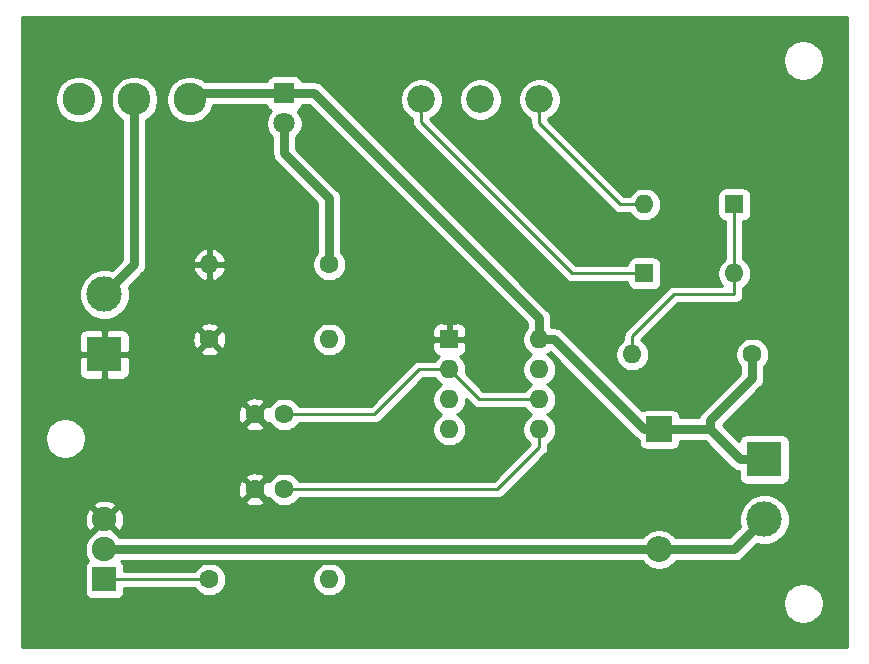
<source format=gtl>
%TF.GenerationSoftware,KiCad,Pcbnew,(5.1.9)-1*%
%TF.CreationDate,2022-05-29T14:43:03-04:00*%
%TF.ProjectId,mouse-jiggler,6d6f7573-652d-46a6-9967-676c65722e6b,rev?*%
%TF.SameCoordinates,Original*%
%TF.FileFunction,Copper,L1,Top*%
%TF.FilePolarity,Positive*%
%FSLAX46Y46*%
G04 Gerber Fmt 4.6, Leading zero omitted, Abs format (unit mm)*
G04 Created by KiCad (PCBNEW (5.1.9)-1) date 2022-05-29 14:43:03*
%MOMM*%
%LPD*%
G01*
G04 APERTURE LIST*
%TA.AperFunction,ComponentPad*%
%ADD10C,2.775000*%
%TD*%
%TA.AperFunction,ComponentPad*%
%ADD11R,2.070000X2.070000*%
%TD*%
%TA.AperFunction,ComponentPad*%
%ADD12C,2.070000*%
%TD*%
%TA.AperFunction,ComponentPad*%
%ADD13C,1.600000*%
%TD*%
%TA.AperFunction,ComponentPad*%
%ADD14R,1.600000X1.600000*%
%TD*%
%TA.AperFunction,ComponentPad*%
%ADD15O,1.600000X1.600000*%
%TD*%
%TA.AperFunction,ComponentPad*%
%ADD16R,1.800000X1.800000*%
%TD*%
%TA.AperFunction,ComponentPad*%
%ADD17C,1.800000*%
%TD*%
%TA.AperFunction,ComponentPad*%
%ADD18R,2.200000X2.200000*%
%TD*%
%TA.AperFunction,ComponentPad*%
%ADD19O,2.200000X2.200000*%
%TD*%
%TA.AperFunction,ComponentPad*%
%ADD20R,3.000000X3.000000*%
%TD*%
%TA.AperFunction,ComponentPad*%
%ADD21C,3.000000*%
%TD*%
%TA.AperFunction,ComponentPad*%
%ADD22C,2.340000*%
%TD*%
%TA.AperFunction,Conductor*%
%ADD23C,0.250000*%
%TD*%
%TA.AperFunction,Conductor*%
%ADD24C,0.762000*%
%TD*%
%TA.AperFunction,Conductor*%
%ADD25C,0.254000*%
%TD*%
%TA.AperFunction,Conductor*%
%ADD26C,0.100000*%
%TD*%
G04 APERTURE END LIST*
D10*
%TO.P,SW1,3*%
%TO.N,Net-(SW1-Pad3)*%
X117220000Y-78740000D03*
%TO.P,SW1,2*%
%TO.N,Net-(J1-Pad2)*%
X121920000Y-78740000D03*
%TO.P,SW1,1*%
%TO.N,Net-(D3-Pad1)*%
X126620000Y-78740000D03*
%TD*%
D11*
%TO.P,Q1,1*%
%TO.N,Net-(Q1-Pad1)*%
X119380000Y-119380000D03*
D12*
%TO.P,Q1,2*%
%TO.N,Net-(D4-Pad2)*%
X119380000Y-116840000D03*
%TO.P,Q1,3*%
%TO.N,GND*%
X119380000Y-114300000D03*
%TD*%
D13*
%TO.P,C1,1*%
%TO.N,Net-(C1-Pad1)*%
X134620000Y-105410000D03*
%TO.P,C1,2*%
%TO.N,GND*%
X132120000Y-105410000D03*
%TD*%
%TO.P,C2,2*%
%TO.N,GND*%
X132120000Y-111760000D03*
%TO.P,C2,1*%
%TO.N,Net-(C2-Pad1)*%
X134620000Y-111760000D03*
%TD*%
D14*
%TO.P,D1,1*%
%TO.N,Net-(D1-Pad1)*%
X165100000Y-93472000D03*
D15*
%TO.P,D1,2*%
%TO.N,Net-(D1-Pad2)*%
X172720000Y-93472000D03*
%TD*%
%TO.P,D2,2*%
%TO.N,Net-(D2-Pad2)*%
X165100000Y-87630000D03*
D14*
%TO.P,D2,1*%
%TO.N,Net-(D1-Pad2)*%
X172720000Y-87630000D03*
%TD*%
D16*
%TO.P,D3,1*%
%TO.N,Net-(D3-Pad1)*%
X134620000Y-78232000D03*
D17*
%TO.P,D3,2*%
%TO.N,Net-(D3-Pad2)*%
X134620000Y-80772000D03*
%TD*%
D18*
%TO.P,D4,1*%
%TO.N,Net-(D3-Pad1)*%
X166370000Y-106680000D03*
D19*
%TO.P,D4,2*%
%TO.N,Net-(D4-Pad2)*%
X166370000Y-116840000D03*
%TD*%
D20*
%TO.P,J1,1*%
%TO.N,GND*%
X119380000Y-100330000D03*
D21*
%TO.P,J1,2*%
%TO.N,Net-(J1-Pad2)*%
X119380000Y-95250000D03*
%TD*%
%TO.P,J2,2*%
%TO.N,Net-(D4-Pad2)*%
X175260000Y-114300000D03*
D20*
%TO.P,J2,1*%
%TO.N,Net-(D3-Pad1)*%
X175260000Y-109220000D03*
%TD*%
D15*
%TO.P,R1,2*%
%TO.N,Net-(D1-Pad2)*%
X164084000Y-100330000D03*
D13*
%TO.P,R1,1*%
%TO.N,Net-(D3-Pad1)*%
X174244000Y-100330000D03*
%TD*%
%TO.P,R2,1*%
%TO.N,Net-(D3-Pad2)*%
X138430000Y-92710000D03*
D15*
%TO.P,R2,2*%
%TO.N,GND*%
X128270000Y-92710000D03*
%TD*%
%TO.P,R3,2*%
%TO.N,Net-(R3-Pad2)*%
X138430000Y-119380000D03*
D13*
%TO.P,R3,1*%
%TO.N,Net-(Q1-Pad1)*%
X128270000Y-119380000D03*
%TD*%
%TO.P,R4,1*%
%TO.N,GND*%
X128270000Y-99060000D03*
D15*
%TO.P,R4,2*%
%TO.N,Net-(R3-Pad2)*%
X138430000Y-99060000D03*
%TD*%
D22*
%TO.P,RV1,3*%
%TO.N,Net-(D1-Pad1)*%
X146210000Y-78740000D03*
%TO.P,RV1,2*%
%TO.N,Net-(C1-Pad1)*%
X151210000Y-78740000D03*
%TO.P,RV1,1*%
%TO.N,Net-(D2-Pad2)*%
X156210000Y-78740000D03*
%TD*%
D14*
%TO.P,U1,1*%
%TO.N,GND*%
X148590000Y-99060000D03*
D15*
%TO.P,U1,5*%
%TO.N,Net-(C2-Pad1)*%
X156210000Y-106680000D03*
%TO.P,U1,2*%
%TO.N,Net-(C1-Pad1)*%
X148590000Y-101600000D03*
%TO.P,U1,6*%
X156210000Y-104140000D03*
%TO.P,U1,3*%
%TO.N,Net-(R3-Pad2)*%
X148590000Y-104140000D03*
%TO.P,U1,7*%
%TO.N,Net-(D1-Pad2)*%
X156210000Y-101600000D03*
%TO.P,U1,4*%
%TO.N,Net-(D3-Pad1)*%
X148590000Y-106680000D03*
%TO.P,U1,8*%
X156210000Y-99060000D03*
%TD*%
D23*
%TO.N,Net-(C1-Pad1)*%
X148590000Y-101600000D02*
X146050000Y-101600000D01*
X142240000Y-105410000D02*
X134620000Y-105410000D01*
X146050000Y-101600000D02*
X142240000Y-105410000D01*
X151130000Y-104140000D02*
X148590000Y-101600000D01*
X156210000Y-104140000D02*
X151130000Y-104140000D01*
%TO.N,Net-(C2-Pad1)*%
X156210000Y-106680000D02*
X156210000Y-108204000D01*
X152654000Y-111760000D02*
X134620000Y-111760000D01*
X156210000Y-108204000D02*
X152654000Y-111760000D01*
%TO.N,Net-(D1-Pad1)*%
X146210000Y-78740000D02*
X146210000Y-80678000D01*
X159004000Y-93472000D02*
X165100000Y-93472000D01*
X146210000Y-80678000D02*
X159004000Y-93472000D01*
%TO.N,Net-(D1-Pad2)*%
X172720000Y-87630000D02*
X172720000Y-93472000D01*
X172720000Y-93472000D02*
X172720000Y-95250000D01*
X164084000Y-100330000D02*
X164084000Y-98806000D01*
X167640000Y-95250000D02*
X172720000Y-95250000D01*
X164084000Y-98806000D02*
X167640000Y-95250000D01*
%TO.N,Net-(D2-Pad2)*%
X156210000Y-78740000D02*
X156210000Y-80772000D01*
X165100000Y-87630000D02*
X163068000Y-87630000D01*
X163068000Y-87630000D02*
X156210000Y-80772000D01*
D24*
%TO.N,Net-(D3-Pad1)*%
X175260000Y-109220000D02*
X173228000Y-109220000D01*
X170688000Y-106680000D02*
X166370000Y-106680000D01*
X173228000Y-109220000D02*
X170688000Y-106680000D01*
X156210000Y-99060000D02*
X157480000Y-99060000D01*
X165100000Y-106680000D02*
X166370000Y-106680000D01*
X157480000Y-99060000D02*
X165100000Y-106680000D01*
X126878000Y-78232000D02*
X126370000Y-78740000D01*
X134620000Y-78232000D02*
X126878000Y-78232000D01*
X174244000Y-100330000D02*
X174244000Y-102362000D01*
X170688000Y-105918000D02*
X174244000Y-102362000D01*
X170688000Y-106680000D02*
X170688000Y-105918000D01*
X137160000Y-78232000D02*
X134620000Y-78232000D01*
X156210000Y-97282000D02*
X137160000Y-78232000D01*
X156210000Y-99060000D02*
X156210000Y-97282000D01*
%TO.N,Net-(D3-Pad2)*%
X134620000Y-80772000D02*
X134620000Y-83312000D01*
X138430000Y-87122000D02*
X138430000Y-92710000D01*
X134620000Y-83312000D02*
X138430000Y-87122000D01*
%TO.N,Net-(D4-Pad2)*%
X172720000Y-116840000D02*
X175260000Y-114300000D01*
X166370000Y-116840000D02*
X172720000Y-116840000D01*
X119380000Y-116840000D02*
X166370000Y-116840000D01*
%TO.N,Net-(J1-Pad2)*%
X121920000Y-92710000D02*
X119380000Y-95250000D01*
X121920000Y-78740000D02*
X121920000Y-92710000D01*
D23*
%TO.N,Net-(Q1-Pad1)*%
X119380000Y-119380000D02*
X128270000Y-119380000D01*
%TD*%
D25*
%TO.N,GND*%
X182220001Y-125070000D02*
X112420000Y-125070000D01*
X112420000Y-121241117D01*
X176827000Y-121241117D01*
X176827000Y-121582883D01*
X176893675Y-121918081D01*
X177024463Y-122233831D01*
X177214337Y-122517998D01*
X177456002Y-122759663D01*
X177740169Y-122949537D01*
X178055919Y-123080325D01*
X178391117Y-123147000D01*
X178732883Y-123147000D01*
X179068081Y-123080325D01*
X179383831Y-122949537D01*
X179667998Y-122759663D01*
X179909663Y-122517998D01*
X180099537Y-122233831D01*
X180230325Y-121918081D01*
X180297000Y-121582883D01*
X180297000Y-121241117D01*
X180230325Y-120905919D01*
X180099537Y-120590169D01*
X179909663Y-120306002D01*
X179667998Y-120064337D01*
X179383831Y-119874463D01*
X179068081Y-119743675D01*
X178732883Y-119677000D01*
X178391117Y-119677000D01*
X178055919Y-119743675D01*
X177740169Y-119874463D01*
X177456002Y-120064337D01*
X177214337Y-120306002D01*
X177024463Y-120590169D01*
X176893675Y-120905919D01*
X176827000Y-121241117D01*
X112420000Y-121241117D01*
X112420000Y-118345000D01*
X117706928Y-118345000D01*
X117706928Y-120415000D01*
X117719188Y-120539482D01*
X117755498Y-120659180D01*
X117814463Y-120769494D01*
X117893815Y-120866185D01*
X117990506Y-120945537D01*
X118100820Y-121004502D01*
X118220518Y-121040812D01*
X118345000Y-121053072D01*
X120415000Y-121053072D01*
X120539482Y-121040812D01*
X120659180Y-121004502D01*
X120769494Y-120945537D01*
X120866185Y-120866185D01*
X120945537Y-120769494D01*
X121004502Y-120659180D01*
X121040812Y-120539482D01*
X121053072Y-120415000D01*
X121053072Y-120140000D01*
X127051957Y-120140000D01*
X127155363Y-120294759D01*
X127355241Y-120494637D01*
X127590273Y-120651680D01*
X127851426Y-120759853D01*
X128128665Y-120815000D01*
X128411335Y-120815000D01*
X128688574Y-120759853D01*
X128949727Y-120651680D01*
X129184759Y-120494637D01*
X129384637Y-120294759D01*
X129541680Y-120059727D01*
X129649853Y-119798574D01*
X129705000Y-119521335D01*
X129705000Y-119238665D01*
X136995000Y-119238665D01*
X136995000Y-119521335D01*
X137050147Y-119798574D01*
X137158320Y-120059727D01*
X137315363Y-120294759D01*
X137515241Y-120494637D01*
X137750273Y-120651680D01*
X138011426Y-120759853D01*
X138288665Y-120815000D01*
X138571335Y-120815000D01*
X138848574Y-120759853D01*
X139109727Y-120651680D01*
X139344759Y-120494637D01*
X139544637Y-120294759D01*
X139701680Y-120059727D01*
X139809853Y-119798574D01*
X139865000Y-119521335D01*
X139865000Y-119238665D01*
X139809853Y-118961426D01*
X139701680Y-118700273D01*
X139544637Y-118465241D01*
X139344759Y-118265363D01*
X139109727Y-118108320D01*
X138848574Y-118000147D01*
X138571335Y-117945000D01*
X138288665Y-117945000D01*
X138011426Y-118000147D01*
X137750273Y-118108320D01*
X137515241Y-118265363D01*
X137315363Y-118465241D01*
X137158320Y-118700273D01*
X137050147Y-118961426D01*
X136995000Y-119238665D01*
X129705000Y-119238665D01*
X129649853Y-118961426D01*
X129541680Y-118700273D01*
X129384637Y-118465241D01*
X129184759Y-118265363D01*
X128949727Y-118108320D01*
X128688574Y-118000147D01*
X128411335Y-117945000D01*
X128128665Y-117945000D01*
X127851426Y-118000147D01*
X127590273Y-118108320D01*
X127355241Y-118265363D01*
X127155363Y-118465241D01*
X127051957Y-118620000D01*
X121053072Y-118620000D01*
X121053072Y-118345000D01*
X121040812Y-118220518D01*
X121004502Y-118100820D01*
X120945537Y-117990506D01*
X120866185Y-117893815D01*
X120820107Y-117856000D01*
X164962202Y-117856000D01*
X165022337Y-117945998D01*
X165264002Y-118187663D01*
X165548169Y-118377537D01*
X165863919Y-118508325D01*
X166199117Y-118575000D01*
X166540883Y-118575000D01*
X166876081Y-118508325D01*
X167191831Y-118377537D01*
X167475998Y-118187663D01*
X167717663Y-117945998D01*
X167777798Y-117856000D01*
X172670098Y-117856000D01*
X172720000Y-117860915D01*
X172769902Y-117856000D01*
X172919171Y-117841298D01*
X173110687Y-117783202D01*
X173287190Y-117688860D01*
X173441896Y-117561896D01*
X173473712Y-117523128D01*
X174642785Y-116354055D01*
X175049721Y-116435000D01*
X175470279Y-116435000D01*
X175882756Y-116352953D01*
X176271302Y-116192012D01*
X176620983Y-115958363D01*
X176918363Y-115660983D01*
X177152012Y-115311302D01*
X177312953Y-114922756D01*
X177395000Y-114510279D01*
X177395000Y-114089721D01*
X177312953Y-113677244D01*
X177152012Y-113288698D01*
X176918363Y-112939017D01*
X176620983Y-112641637D01*
X176271302Y-112407988D01*
X175882756Y-112247047D01*
X175470279Y-112165000D01*
X175049721Y-112165000D01*
X174637244Y-112247047D01*
X174248698Y-112407988D01*
X173899017Y-112641637D01*
X173601637Y-112939017D01*
X173367988Y-113288698D01*
X173207047Y-113677244D01*
X173125000Y-114089721D01*
X173125000Y-114510279D01*
X173205945Y-114917215D01*
X172299160Y-115824000D01*
X167777798Y-115824000D01*
X167717663Y-115734002D01*
X167475998Y-115492337D01*
X167191831Y-115302463D01*
X166876081Y-115171675D01*
X166540883Y-115105000D01*
X166199117Y-115105000D01*
X165863919Y-115171675D01*
X165548169Y-115302463D01*
X165264002Y-115492337D01*
X165022337Y-115734002D01*
X164962202Y-115824000D01*
X120709622Y-115824000D01*
X120677173Y-115775437D01*
X120444563Y-115542827D01*
X120352862Y-115481554D01*
X120360766Y-115460371D01*
X119380000Y-114479605D01*
X118399234Y-115460371D01*
X118407138Y-115481554D01*
X118315437Y-115542827D01*
X118082827Y-115775437D01*
X117900066Y-116048959D01*
X117774178Y-116352879D01*
X117710000Y-116675519D01*
X117710000Y-117004481D01*
X117774178Y-117327121D01*
X117900066Y-117631041D01*
X118014172Y-117801813D01*
X117990506Y-117814463D01*
X117893815Y-117893815D01*
X117814463Y-117990506D01*
X117755498Y-118100820D01*
X117719188Y-118220518D01*
X117706928Y-118345000D01*
X112420000Y-118345000D01*
X112420000Y-114361209D01*
X117703037Y-114361209D01*
X117747200Y-114687192D01*
X117854111Y-114998296D01*
X117951650Y-115180776D01*
X118219629Y-115280766D01*
X119200395Y-114300000D01*
X119559605Y-114300000D01*
X120540371Y-115280766D01*
X120808350Y-115180776D01*
X120952736Y-114885196D01*
X121036682Y-114567127D01*
X121056963Y-114238791D01*
X121012800Y-113912808D01*
X120905889Y-113601704D01*
X120808350Y-113419224D01*
X120540371Y-113319234D01*
X119559605Y-114300000D01*
X119200395Y-114300000D01*
X118219629Y-113319234D01*
X117951650Y-113419224D01*
X117807264Y-113714804D01*
X117723318Y-114032873D01*
X117703037Y-114361209D01*
X112420000Y-114361209D01*
X112420000Y-113139629D01*
X118399234Y-113139629D01*
X119380000Y-114120395D01*
X120360766Y-113139629D01*
X120260776Y-112871650D01*
X120017272Y-112752702D01*
X131306903Y-112752702D01*
X131378486Y-112996671D01*
X131633996Y-113117571D01*
X131908184Y-113186300D01*
X132190512Y-113200217D01*
X132470130Y-113158787D01*
X132736292Y-113063603D01*
X132861514Y-112996671D01*
X132933097Y-112752702D01*
X132120000Y-111939605D01*
X131306903Y-112752702D01*
X120017272Y-112752702D01*
X119965196Y-112727264D01*
X119647127Y-112643318D01*
X119318791Y-112623037D01*
X118992808Y-112667200D01*
X118681704Y-112774111D01*
X118499224Y-112871650D01*
X118399234Y-113139629D01*
X112420000Y-113139629D01*
X112420000Y-111830512D01*
X130679783Y-111830512D01*
X130721213Y-112110130D01*
X130816397Y-112376292D01*
X130883329Y-112501514D01*
X131127298Y-112573097D01*
X131940395Y-111760000D01*
X131127298Y-110946903D01*
X130883329Y-111018486D01*
X130762429Y-111273996D01*
X130693700Y-111548184D01*
X130679783Y-111830512D01*
X112420000Y-111830512D01*
X112420000Y-110767298D01*
X131306903Y-110767298D01*
X132120000Y-111580395D01*
X132933097Y-110767298D01*
X132861514Y-110523329D01*
X132606004Y-110402429D01*
X132331816Y-110333700D01*
X132049488Y-110319783D01*
X131769870Y-110361213D01*
X131503708Y-110456397D01*
X131378486Y-110523329D01*
X131306903Y-110767298D01*
X112420000Y-110767298D01*
X112420000Y-107271117D01*
X114343000Y-107271117D01*
X114343000Y-107612883D01*
X114409675Y-107948081D01*
X114540463Y-108263831D01*
X114730337Y-108547998D01*
X114972002Y-108789663D01*
X115256169Y-108979537D01*
X115571919Y-109110325D01*
X115907117Y-109177000D01*
X116248883Y-109177000D01*
X116584081Y-109110325D01*
X116899831Y-108979537D01*
X117183998Y-108789663D01*
X117425663Y-108547998D01*
X117615537Y-108263831D01*
X117746325Y-107948081D01*
X117813000Y-107612883D01*
X117813000Y-107271117D01*
X117746325Y-106935919D01*
X117615537Y-106620169D01*
X117470231Y-106402702D01*
X131306903Y-106402702D01*
X131378486Y-106646671D01*
X131633996Y-106767571D01*
X131908184Y-106836300D01*
X132190512Y-106850217D01*
X132470130Y-106808787D01*
X132736292Y-106713603D01*
X132861514Y-106646671D01*
X132933097Y-106402702D01*
X132120000Y-105589605D01*
X131306903Y-106402702D01*
X117470231Y-106402702D01*
X117425663Y-106336002D01*
X117183998Y-106094337D01*
X116899831Y-105904463D01*
X116584081Y-105773675D01*
X116248883Y-105707000D01*
X115907117Y-105707000D01*
X115571919Y-105773675D01*
X115256169Y-105904463D01*
X114972002Y-106094337D01*
X114730337Y-106336002D01*
X114540463Y-106620169D01*
X114409675Y-106935919D01*
X114343000Y-107271117D01*
X112420000Y-107271117D01*
X112420000Y-105480512D01*
X130679783Y-105480512D01*
X130721213Y-105760130D01*
X130816397Y-106026292D01*
X130883329Y-106151514D01*
X131127298Y-106223097D01*
X131940395Y-105410000D01*
X131127298Y-104596903D01*
X130883329Y-104668486D01*
X130762429Y-104923996D01*
X130693700Y-105198184D01*
X130679783Y-105480512D01*
X112420000Y-105480512D01*
X112420000Y-104417298D01*
X131306903Y-104417298D01*
X132120000Y-105230395D01*
X132933097Y-104417298D01*
X132861514Y-104173329D01*
X132606004Y-104052429D01*
X132331816Y-103983700D01*
X132049488Y-103969783D01*
X131769870Y-104011213D01*
X131503708Y-104106397D01*
X131378486Y-104173329D01*
X131306903Y-104417298D01*
X112420000Y-104417298D01*
X112420000Y-101830000D01*
X117241928Y-101830000D01*
X117254188Y-101954482D01*
X117290498Y-102074180D01*
X117349463Y-102184494D01*
X117428815Y-102281185D01*
X117525506Y-102360537D01*
X117635820Y-102419502D01*
X117755518Y-102455812D01*
X117880000Y-102468072D01*
X119094250Y-102465000D01*
X119253000Y-102306250D01*
X119253000Y-100457000D01*
X119507000Y-100457000D01*
X119507000Y-102306250D01*
X119665750Y-102465000D01*
X120880000Y-102468072D01*
X121004482Y-102455812D01*
X121124180Y-102419502D01*
X121234494Y-102360537D01*
X121331185Y-102281185D01*
X121410537Y-102184494D01*
X121469502Y-102074180D01*
X121505812Y-101954482D01*
X121518072Y-101830000D01*
X121515000Y-100615750D01*
X121356250Y-100457000D01*
X119507000Y-100457000D01*
X119253000Y-100457000D01*
X117403750Y-100457000D01*
X117245000Y-100615750D01*
X117241928Y-101830000D01*
X112420000Y-101830000D01*
X112420000Y-98830000D01*
X117241928Y-98830000D01*
X117245000Y-100044250D01*
X117403750Y-100203000D01*
X119253000Y-100203000D01*
X119253000Y-98353750D01*
X119507000Y-98353750D01*
X119507000Y-100203000D01*
X121356250Y-100203000D01*
X121506548Y-100052702D01*
X127456903Y-100052702D01*
X127528486Y-100296671D01*
X127783996Y-100417571D01*
X128058184Y-100486300D01*
X128340512Y-100500217D01*
X128620130Y-100458787D01*
X128886292Y-100363603D01*
X129011514Y-100296671D01*
X129083097Y-100052702D01*
X128270000Y-99239605D01*
X127456903Y-100052702D01*
X121506548Y-100052702D01*
X121515000Y-100044250D01*
X121517311Y-99130512D01*
X126829783Y-99130512D01*
X126871213Y-99410130D01*
X126966397Y-99676292D01*
X127033329Y-99801514D01*
X127277298Y-99873097D01*
X128090395Y-99060000D01*
X128449605Y-99060000D01*
X129262702Y-99873097D01*
X129506671Y-99801514D01*
X129627571Y-99546004D01*
X129696300Y-99271816D01*
X129710217Y-98989488D01*
X129699724Y-98918665D01*
X136995000Y-98918665D01*
X136995000Y-99201335D01*
X137050147Y-99478574D01*
X137158320Y-99739727D01*
X137315363Y-99974759D01*
X137515241Y-100174637D01*
X137750273Y-100331680D01*
X138011426Y-100439853D01*
X138288665Y-100495000D01*
X138571335Y-100495000D01*
X138848574Y-100439853D01*
X139109727Y-100331680D01*
X139344759Y-100174637D01*
X139544637Y-99974759D01*
X139701680Y-99739727D01*
X139809853Y-99478574D01*
X139865000Y-99201335D01*
X139865000Y-98918665D01*
X139809853Y-98641426D01*
X139701680Y-98380273D01*
X139621317Y-98260000D01*
X147151928Y-98260000D01*
X147155000Y-98774250D01*
X147313750Y-98933000D01*
X148463000Y-98933000D01*
X148463000Y-97783750D01*
X148717000Y-97783750D01*
X148717000Y-98933000D01*
X149866250Y-98933000D01*
X150025000Y-98774250D01*
X150028072Y-98260000D01*
X150015812Y-98135518D01*
X149979502Y-98015820D01*
X149920537Y-97905506D01*
X149841185Y-97808815D01*
X149744494Y-97729463D01*
X149634180Y-97670498D01*
X149514482Y-97634188D01*
X149390000Y-97621928D01*
X148875750Y-97625000D01*
X148717000Y-97783750D01*
X148463000Y-97783750D01*
X148304250Y-97625000D01*
X147790000Y-97621928D01*
X147665518Y-97634188D01*
X147545820Y-97670498D01*
X147435506Y-97729463D01*
X147338815Y-97808815D01*
X147259463Y-97905506D01*
X147200498Y-98015820D01*
X147164188Y-98135518D01*
X147151928Y-98260000D01*
X139621317Y-98260000D01*
X139544637Y-98145241D01*
X139344759Y-97945363D01*
X139109727Y-97788320D01*
X138848574Y-97680147D01*
X138571335Y-97625000D01*
X138288665Y-97625000D01*
X138011426Y-97680147D01*
X137750273Y-97788320D01*
X137515241Y-97945363D01*
X137315363Y-98145241D01*
X137158320Y-98380273D01*
X137050147Y-98641426D01*
X136995000Y-98918665D01*
X129699724Y-98918665D01*
X129668787Y-98709870D01*
X129573603Y-98443708D01*
X129506671Y-98318486D01*
X129262702Y-98246903D01*
X128449605Y-99060000D01*
X128090395Y-99060000D01*
X127277298Y-98246903D01*
X127033329Y-98318486D01*
X126912429Y-98573996D01*
X126843700Y-98848184D01*
X126829783Y-99130512D01*
X121517311Y-99130512D01*
X121518072Y-98830000D01*
X121505812Y-98705518D01*
X121469502Y-98585820D01*
X121410537Y-98475506D01*
X121331185Y-98378815D01*
X121234494Y-98299463D01*
X121124180Y-98240498D01*
X121004482Y-98204188D01*
X120880000Y-98191928D01*
X119665750Y-98195000D01*
X119507000Y-98353750D01*
X119253000Y-98353750D01*
X119094250Y-98195000D01*
X117880000Y-98191928D01*
X117755518Y-98204188D01*
X117635820Y-98240498D01*
X117525506Y-98299463D01*
X117428815Y-98378815D01*
X117349463Y-98475506D01*
X117290498Y-98585820D01*
X117254188Y-98705518D01*
X117241928Y-98830000D01*
X112420000Y-98830000D01*
X112420000Y-98067298D01*
X127456903Y-98067298D01*
X128270000Y-98880395D01*
X129083097Y-98067298D01*
X129011514Y-97823329D01*
X128756004Y-97702429D01*
X128481816Y-97633700D01*
X128199488Y-97619783D01*
X127919870Y-97661213D01*
X127653708Y-97756397D01*
X127528486Y-97823329D01*
X127456903Y-98067298D01*
X112420000Y-98067298D01*
X112420000Y-95039721D01*
X117245000Y-95039721D01*
X117245000Y-95460279D01*
X117327047Y-95872756D01*
X117487988Y-96261302D01*
X117721637Y-96610983D01*
X118019017Y-96908363D01*
X118368698Y-97142012D01*
X118757244Y-97302953D01*
X119169721Y-97385000D01*
X119590279Y-97385000D01*
X120002756Y-97302953D01*
X120391302Y-97142012D01*
X120740983Y-96908363D01*
X121038363Y-96610983D01*
X121272012Y-96261302D01*
X121432953Y-95872756D01*
X121515000Y-95460279D01*
X121515000Y-95039721D01*
X121434055Y-94632785D01*
X122603133Y-93463708D01*
X122641896Y-93431896D01*
X122768860Y-93277190D01*
X122863202Y-93100687D01*
X122875835Y-93059039D01*
X126878096Y-93059039D01*
X126918754Y-93193087D01*
X127038963Y-93447420D01*
X127206481Y-93673414D01*
X127414869Y-93862385D01*
X127656119Y-94007070D01*
X127920960Y-94101909D01*
X128143000Y-93980624D01*
X128143000Y-92837000D01*
X128397000Y-92837000D01*
X128397000Y-93980624D01*
X128619040Y-94101909D01*
X128883881Y-94007070D01*
X129125131Y-93862385D01*
X129333519Y-93673414D01*
X129501037Y-93447420D01*
X129621246Y-93193087D01*
X129661904Y-93059039D01*
X129539915Y-92837000D01*
X128397000Y-92837000D01*
X128143000Y-92837000D01*
X127000085Y-92837000D01*
X126878096Y-93059039D01*
X122875835Y-93059039D01*
X122921298Y-92909171D01*
X122936000Y-92759902D01*
X122936000Y-92759895D01*
X122940914Y-92710001D01*
X122936000Y-92660107D01*
X122936000Y-92360961D01*
X126878096Y-92360961D01*
X127000085Y-92583000D01*
X128143000Y-92583000D01*
X128143000Y-91439376D01*
X128397000Y-91439376D01*
X128397000Y-92583000D01*
X129539915Y-92583000D01*
X129661904Y-92360961D01*
X129621246Y-92226913D01*
X129501037Y-91972580D01*
X129333519Y-91746586D01*
X129125131Y-91557615D01*
X128883881Y-91412930D01*
X128619040Y-91318091D01*
X128397000Y-91439376D01*
X128143000Y-91439376D01*
X127920960Y-91318091D01*
X127656119Y-91412930D01*
X127414869Y-91557615D01*
X127206481Y-91746586D01*
X127038963Y-91972580D01*
X126918754Y-92226913D01*
X126878096Y-92360961D01*
X122936000Y-92360961D01*
X122936000Y-80493570D01*
X123209269Y-80310978D01*
X123490978Y-80029269D01*
X123712316Y-79698013D01*
X123864776Y-79329941D01*
X123942500Y-78939199D01*
X123942500Y-78540801D01*
X124597500Y-78540801D01*
X124597500Y-78939199D01*
X124675224Y-79329941D01*
X124827684Y-79698013D01*
X125049022Y-80029269D01*
X125330731Y-80310978D01*
X125661987Y-80532316D01*
X126030059Y-80684776D01*
X126420801Y-80762500D01*
X126819199Y-80762500D01*
X127209941Y-80684776D01*
X127578013Y-80532316D01*
X127909269Y-80310978D01*
X128190978Y-80029269D01*
X128412316Y-79698013D01*
X128564776Y-79329941D01*
X128581075Y-79248000D01*
X133093353Y-79248000D01*
X133094188Y-79256482D01*
X133130498Y-79376180D01*
X133189463Y-79486494D01*
X133268815Y-79583185D01*
X133365506Y-79662537D01*
X133475820Y-79721502D01*
X133494127Y-79727056D01*
X133427688Y-79793495D01*
X133259701Y-80044905D01*
X133143989Y-80324257D01*
X133085000Y-80620816D01*
X133085000Y-80923184D01*
X133143989Y-81219743D01*
X133259701Y-81499095D01*
X133427688Y-81750505D01*
X133604000Y-81926817D01*
X133604001Y-83262089D01*
X133599085Y-83312000D01*
X133618702Y-83511170D01*
X133676799Y-83702687D01*
X133771141Y-83879190D01*
X133898105Y-84033896D01*
X133936868Y-84065708D01*
X137414000Y-87542841D01*
X137414001Y-91696603D01*
X137315363Y-91795241D01*
X137158320Y-92030273D01*
X137050147Y-92291426D01*
X136995000Y-92568665D01*
X136995000Y-92851335D01*
X137050147Y-93128574D01*
X137158320Y-93389727D01*
X137315363Y-93624759D01*
X137515241Y-93824637D01*
X137750273Y-93981680D01*
X138011426Y-94089853D01*
X138288665Y-94145000D01*
X138571335Y-94145000D01*
X138848574Y-94089853D01*
X139109727Y-93981680D01*
X139344759Y-93824637D01*
X139544637Y-93624759D01*
X139701680Y-93389727D01*
X139809853Y-93128574D01*
X139865000Y-92851335D01*
X139865000Y-92568665D01*
X139809853Y-92291426D01*
X139701680Y-92030273D01*
X139544637Y-91795241D01*
X139446000Y-91696604D01*
X139446000Y-87171902D01*
X139450915Y-87122000D01*
X139431298Y-86922829D01*
X139373202Y-86731313D01*
X139278860Y-86554810D01*
X139183706Y-86438865D01*
X139151896Y-86400104D01*
X139113133Y-86368292D01*
X135636000Y-82891160D01*
X135636000Y-81926817D01*
X135812312Y-81750505D01*
X135980299Y-81499095D01*
X136096011Y-81219743D01*
X136155000Y-80923184D01*
X136155000Y-80620816D01*
X136096011Y-80324257D01*
X135980299Y-80044905D01*
X135812312Y-79793495D01*
X135745873Y-79727056D01*
X135764180Y-79721502D01*
X135874494Y-79662537D01*
X135971185Y-79583185D01*
X136050537Y-79486494D01*
X136109502Y-79376180D01*
X136145812Y-79256482D01*
X136146647Y-79248000D01*
X136739160Y-79248000D01*
X155194001Y-97702842D01*
X155194001Y-98046603D01*
X155095363Y-98145241D01*
X154938320Y-98380273D01*
X154830147Y-98641426D01*
X154775000Y-98918665D01*
X154775000Y-99201335D01*
X154830147Y-99478574D01*
X154938320Y-99739727D01*
X155095363Y-99974759D01*
X155295241Y-100174637D01*
X155527759Y-100330000D01*
X155295241Y-100485363D01*
X155095363Y-100685241D01*
X154938320Y-100920273D01*
X154830147Y-101181426D01*
X154775000Y-101458665D01*
X154775000Y-101741335D01*
X154830147Y-102018574D01*
X154938320Y-102279727D01*
X155095363Y-102514759D01*
X155295241Y-102714637D01*
X155527759Y-102870000D01*
X155295241Y-103025363D01*
X155095363Y-103225241D01*
X154991957Y-103380000D01*
X151444803Y-103380000D01*
X149988688Y-101923886D01*
X150025000Y-101741335D01*
X150025000Y-101458665D01*
X149969853Y-101181426D01*
X149861680Y-100920273D01*
X149704637Y-100685241D01*
X149506039Y-100486643D01*
X149514482Y-100485812D01*
X149634180Y-100449502D01*
X149744494Y-100390537D01*
X149841185Y-100311185D01*
X149920537Y-100214494D01*
X149979502Y-100104180D01*
X150015812Y-99984482D01*
X150028072Y-99860000D01*
X150025000Y-99345750D01*
X149866250Y-99187000D01*
X148717000Y-99187000D01*
X148717000Y-99207000D01*
X148463000Y-99207000D01*
X148463000Y-99187000D01*
X147313750Y-99187000D01*
X147155000Y-99345750D01*
X147151928Y-99860000D01*
X147164188Y-99984482D01*
X147200498Y-100104180D01*
X147259463Y-100214494D01*
X147338815Y-100311185D01*
X147435506Y-100390537D01*
X147545820Y-100449502D01*
X147665518Y-100485812D01*
X147673961Y-100486643D01*
X147475363Y-100685241D01*
X147371957Y-100840000D01*
X146087325Y-100840000D01*
X146050000Y-100836324D01*
X146012675Y-100840000D01*
X146012667Y-100840000D01*
X145901014Y-100850997D01*
X145757753Y-100894454D01*
X145625724Y-100965026D01*
X145509999Y-101059999D01*
X145486201Y-101088997D01*
X141925199Y-104650000D01*
X135838043Y-104650000D01*
X135734637Y-104495241D01*
X135534759Y-104295363D01*
X135299727Y-104138320D01*
X135038574Y-104030147D01*
X134761335Y-103975000D01*
X134478665Y-103975000D01*
X134201426Y-104030147D01*
X133940273Y-104138320D01*
X133705241Y-104295363D01*
X133505363Y-104495241D01*
X133371308Y-104695869D01*
X133356671Y-104668486D01*
X133112702Y-104596903D01*
X132299605Y-105410000D01*
X133112702Y-106223097D01*
X133356671Y-106151514D01*
X133370324Y-106122659D01*
X133505363Y-106324759D01*
X133705241Y-106524637D01*
X133940273Y-106681680D01*
X134201426Y-106789853D01*
X134478665Y-106845000D01*
X134761335Y-106845000D01*
X135038574Y-106789853D01*
X135299727Y-106681680D01*
X135534759Y-106524637D01*
X135734637Y-106324759D01*
X135838043Y-106170000D01*
X142202678Y-106170000D01*
X142240000Y-106173676D01*
X142277322Y-106170000D01*
X142277333Y-106170000D01*
X142388986Y-106159003D01*
X142532247Y-106115546D01*
X142664276Y-106044974D01*
X142780001Y-105950001D01*
X142803804Y-105920997D01*
X146364802Y-102360000D01*
X147371957Y-102360000D01*
X147475363Y-102514759D01*
X147675241Y-102714637D01*
X147907759Y-102870000D01*
X147675241Y-103025363D01*
X147475363Y-103225241D01*
X147318320Y-103460273D01*
X147210147Y-103721426D01*
X147155000Y-103998665D01*
X147155000Y-104281335D01*
X147210147Y-104558574D01*
X147318320Y-104819727D01*
X147475363Y-105054759D01*
X147675241Y-105254637D01*
X147907759Y-105410000D01*
X147675241Y-105565363D01*
X147475363Y-105765241D01*
X147318320Y-106000273D01*
X147210147Y-106261426D01*
X147155000Y-106538665D01*
X147155000Y-106821335D01*
X147210147Y-107098574D01*
X147318320Y-107359727D01*
X147475363Y-107594759D01*
X147675241Y-107794637D01*
X147910273Y-107951680D01*
X148171426Y-108059853D01*
X148448665Y-108115000D01*
X148731335Y-108115000D01*
X149008574Y-108059853D01*
X149269727Y-107951680D01*
X149504759Y-107794637D01*
X149704637Y-107594759D01*
X149861680Y-107359727D01*
X149969853Y-107098574D01*
X150025000Y-106821335D01*
X150025000Y-106538665D01*
X149969853Y-106261426D01*
X149861680Y-106000273D01*
X149704637Y-105765241D01*
X149504759Y-105565363D01*
X149272241Y-105410000D01*
X149504759Y-105254637D01*
X149704637Y-105054759D01*
X149861680Y-104819727D01*
X149969853Y-104558574D01*
X150025000Y-104281335D01*
X150025000Y-104109803D01*
X150566205Y-104651008D01*
X150589999Y-104680001D01*
X150618992Y-104703795D01*
X150618996Y-104703799D01*
X150689685Y-104761811D01*
X150705724Y-104774974D01*
X150837753Y-104845546D01*
X150981014Y-104889003D01*
X151092667Y-104900000D01*
X151092676Y-104900000D01*
X151129999Y-104903676D01*
X151167322Y-104900000D01*
X154991957Y-104900000D01*
X155095363Y-105054759D01*
X155295241Y-105254637D01*
X155527759Y-105410000D01*
X155295241Y-105565363D01*
X155095363Y-105765241D01*
X154938320Y-106000273D01*
X154830147Y-106261426D01*
X154775000Y-106538665D01*
X154775000Y-106821335D01*
X154830147Y-107098574D01*
X154938320Y-107359727D01*
X155095363Y-107594759D01*
X155295241Y-107794637D01*
X155444697Y-107894500D01*
X152339199Y-111000000D01*
X135838043Y-111000000D01*
X135734637Y-110845241D01*
X135534759Y-110645363D01*
X135299727Y-110488320D01*
X135038574Y-110380147D01*
X134761335Y-110325000D01*
X134478665Y-110325000D01*
X134201426Y-110380147D01*
X133940273Y-110488320D01*
X133705241Y-110645363D01*
X133505363Y-110845241D01*
X133371308Y-111045869D01*
X133356671Y-111018486D01*
X133112702Y-110946903D01*
X132299605Y-111760000D01*
X133112702Y-112573097D01*
X133356671Y-112501514D01*
X133370324Y-112472659D01*
X133505363Y-112674759D01*
X133705241Y-112874637D01*
X133940273Y-113031680D01*
X134201426Y-113139853D01*
X134478665Y-113195000D01*
X134761335Y-113195000D01*
X135038574Y-113139853D01*
X135299727Y-113031680D01*
X135534759Y-112874637D01*
X135734637Y-112674759D01*
X135838043Y-112520000D01*
X152616678Y-112520000D01*
X152654000Y-112523676D01*
X152691322Y-112520000D01*
X152691333Y-112520000D01*
X152802986Y-112509003D01*
X152946247Y-112465546D01*
X153078276Y-112394974D01*
X153194001Y-112300001D01*
X153217804Y-112270997D01*
X156721008Y-108767795D01*
X156750001Y-108744001D01*
X156773795Y-108715008D01*
X156773799Y-108715004D01*
X156844973Y-108628277D01*
X156844974Y-108628276D01*
X156915546Y-108496247D01*
X156959003Y-108352986D01*
X156970000Y-108241333D01*
X156970000Y-108241324D01*
X156973676Y-108204001D01*
X156970000Y-108166678D01*
X156970000Y-107898043D01*
X157124759Y-107794637D01*
X157324637Y-107594759D01*
X157481680Y-107359727D01*
X157589853Y-107098574D01*
X157645000Y-106821335D01*
X157645000Y-106538665D01*
X157589853Y-106261426D01*
X157481680Y-106000273D01*
X157324637Y-105765241D01*
X157124759Y-105565363D01*
X156892241Y-105410000D01*
X157124759Y-105254637D01*
X157324637Y-105054759D01*
X157481680Y-104819727D01*
X157589853Y-104558574D01*
X157645000Y-104281335D01*
X157645000Y-103998665D01*
X157589853Y-103721426D01*
X157481680Y-103460273D01*
X157324637Y-103225241D01*
X157124759Y-103025363D01*
X156892241Y-102870000D01*
X157124759Y-102714637D01*
X157324637Y-102514759D01*
X157481680Y-102279727D01*
X157589853Y-102018574D01*
X157645000Y-101741335D01*
X157645000Y-101458665D01*
X157589853Y-101181426D01*
X157481680Y-100920273D01*
X157324637Y-100685241D01*
X157124759Y-100485363D01*
X156892241Y-100330000D01*
X157124759Y-100174637D01*
X157141278Y-100158118D01*
X164346292Y-107363133D01*
X164378104Y-107401896D01*
X164532810Y-107528860D01*
X164631928Y-107581839D01*
X164631928Y-107780000D01*
X164644188Y-107904482D01*
X164680498Y-108024180D01*
X164739463Y-108134494D01*
X164818815Y-108231185D01*
X164915506Y-108310537D01*
X165025820Y-108369502D01*
X165145518Y-108405812D01*
X165270000Y-108418072D01*
X167470000Y-108418072D01*
X167594482Y-108405812D01*
X167714180Y-108369502D01*
X167824494Y-108310537D01*
X167921185Y-108231185D01*
X168000537Y-108134494D01*
X168059502Y-108024180D01*
X168095812Y-107904482D01*
X168108072Y-107780000D01*
X168108072Y-107696000D01*
X170267160Y-107696000D01*
X172474292Y-109903133D01*
X172506104Y-109941896D01*
X172660810Y-110068860D01*
X172837313Y-110163202D01*
X172970732Y-110203674D01*
X173028828Y-110221298D01*
X173048177Y-110223204D01*
X173121928Y-110230468D01*
X173121928Y-110720000D01*
X173134188Y-110844482D01*
X173170498Y-110964180D01*
X173229463Y-111074494D01*
X173308815Y-111171185D01*
X173405506Y-111250537D01*
X173515820Y-111309502D01*
X173635518Y-111345812D01*
X173760000Y-111358072D01*
X176760000Y-111358072D01*
X176884482Y-111345812D01*
X177004180Y-111309502D01*
X177114494Y-111250537D01*
X177211185Y-111171185D01*
X177290537Y-111074494D01*
X177349502Y-110964180D01*
X177385812Y-110844482D01*
X177398072Y-110720000D01*
X177398072Y-107720000D01*
X177385812Y-107595518D01*
X177349502Y-107475820D01*
X177290537Y-107365506D01*
X177211185Y-107268815D01*
X177114494Y-107189463D01*
X177004180Y-107130498D01*
X176884482Y-107094188D01*
X176760000Y-107081928D01*
X173760000Y-107081928D01*
X173635518Y-107094188D01*
X173515820Y-107130498D01*
X173405506Y-107189463D01*
X173308815Y-107268815D01*
X173229463Y-107365506D01*
X173170498Y-107475820D01*
X173134188Y-107595518D01*
X173125775Y-107680935D01*
X171743840Y-106299000D01*
X174927133Y-103115708D01*
X174965896Y-103083896D01*
X175092860Y-102929190D01*
X175187202Y-102752687D01*
X175245298Y-102561171D01*
X175260000Y-102411902D01*
X175260000Y-102411895D01*
X175264914Y-102362001D01*
X175260000Y-102312107D01*
X175260000Y-101343396D01*
X175358637Y-101244759D01*
X175515680Y-101009727D01*
X175623853Y-100748574D01*
X175679000Y-100471335D01*
X175679000Y-100188665D01*
X175623853Y-99911426D01*
X175515680Y-99650273D01*
X175358637Y-99415241D01*
X175158759Y-99215363D01*
X174923727Y-99058320D01*
X174662574Y-98950147D01*
X174385335Y-98895000D01*
X174102665Y-98895000D01*
X173825426Y-98950147D01*
X173564273Y-99058320D01*
X173329241Y-99215363D01*
X173129363Y-99415241D01*
X172972320Y-99650273D01*
X172864147Y-99911426D01*
X172809000Y-100188665D01*
X172809000Y-100471335D01*
X172864147Y-100748574D01*
X172972320Y-101009727D01*
X173129363Y-101244759D01*
X173228000Y-101343396D01*
X173228001Y-101941158D01*
X170004868Y-105164292D01*
X169966105Y-105196104D01*
X169839141Y-105350810D01*
X169748786Y-105519853D01*
X169744799Y-105527313D01*
X169703335Y-105664000D01*
X168108072Y-105664000D01*
X168108072Y-105580000D01*
X168095812Y-105455518D01*
X168059502Y-105335820D01*
X168000537Y-105225506D01*
X167921185Y-105128815D01*
X167824494Y-105049463D01*
X167714180Y-104990498D01*
X167594482Y-104954188D01*
X167470000Y-104941928D01*
X165270000Y-104941928D01*
X165145518Y-104954188D01*
X165025820Y-104990498D01*
X164915506Y-105049463D01*
X164910452Y-105053611D01*
X160045506Y-100188665D01*
X162649000Y-100188665D01*
X162649000Y-100471335D01*
X162704147Y-100748574D01*
X162812320Y-101009727D01*
X162969363Y-101244759D01*
X163169241Y-101444637D01*
X163404273Y-101601680D01*
X163665426Y-101709853D01*
X163942665Y-101765000D01*
X164225335Y-101765000D01*
X164502574Y-101709853D01*
X164763727Y-101601680D01*
X164998759Y-101444637D01*
X165198637Y-101244759D01*
X165355680Y-101009727D01*
X165463853Y-100748574D01*
X165519000Y-100471335D01*
X165519000Y-100188665D01*
X165463853Y-99911426D01*
X165355680Y-99650273D01*
X165198637Y-99415241D01*
X164998759Y-99215363D01*
X164849302Y-99115499D01*
X167954803Y-96010000D01*
X172682667Y-96010000D01*
X172720000Y-96013677D01*
X172868986Y-95999003D01*
X173012247Y-95955546D01*
X173144276Y-95884974D01*
X173260001Y-95790001D01*
X173354974Y-95674276D01*
X173425546Y-95542247D01*
X173469003Y-95398986D01*
X173480000Y-95287333D01*
X173483677Y-95250000D01*
X173480000Y-95212667D01*
X173480000Y-94690043D01*
X173634759Y-94586637D01*
X173834637Y-94386759D01*
X173991680Y-94151727D01*
X174099853Y-93890574D01*
X174155000Y-93613335D01*
X174155000Y-93330665D01*
X174099853Y-93053426D01*
X173991680Y-92792273D01*
X173834637Y-92557241D01*
X173634759Y-92357363D01*
X173480000Y-92253957D01*
X173480000Y-89068072D01*
X173520000Y-89068072D01*
X173644482Y-89055812D01*
X173764180Y-89019502D01*
X173874494Y-88960537D01*
X173971185Y-88881185D01*
X174050537Y-88784494D01*
X174109502Y-88674180D01*
X174145812Y-88554482D01*
X174158072Y-88430000D01*
X174158072Y-86830000D01*
X174145812Y-86705518D01*
X174109502Y-86585820D01*
X174050537Y-86475506D01*
X173971185Y-86378815D01*
X173874494Y-86299463D01*
X173764180Y-86240498D01*
X173644482Y-86204188D01*
X173520000Y-86191928D01*
X171920000Y-86191928D01*
X171795518Y-86204188D01*
X171675820Y-86240498D01*
X171565506Y-86299463D01*
X171468815Y-86378815D01*
X171389463Y-86475506D01*
X171330498Y-86585820D01*
X171294188Y-86705518D01*
X171281928Y-86830000D01*
X171281928Y-88430000D01*
X171294188Y-88554482D01*
X171330498Y-88674180D01*
X171389463Y-88784494D01*
X171468815Y-88881185D01*
X171565506Y-88960537D01*
X171675820Y-89019502D01*
X171795518Y-89055812D01*
X171920000Y-89068072D01*
X171960000Y-89068072D01*
X171960001Y-92253956D01*
X171805241Y-92357363D01*
X171605363Y-92557241D01*
X171448320Y-92792273D01*
X171340147Y-93053426D01*
X171285000Y-93330665D01*
X171285000Y-93613335D01*
X171340147Y-93890574D01*
X171448320Y-94151727D01*
X171605363Y-94386759D01*
X171708604Y-94490000D01*
X167677322Y-94490000D01*
X167639999Y-94486324D01*
X167602676Y-94490000D01*
X167602667Y-94490000D01*
X167491014Y-94500997D01*
X167347753Y-94544454D01*
X167215724Y-94615026D01*
X167215722Y-94615027D01*
X167215723Y-94615027D01*
X167128996Y-94686201D01*
X167128992Y-94686205D01*
X167099999Y-94709999D01*
X167076205Y-94738992D01*
X163572998Y-98242201D01*
X163544000Y-98265999D01*
X163520202Y-98294997D01*
X163520201Y-98294998D01*
X163449026Y-98381724D01*
X163378454Y-98513754D01*
X163360181Y-98573996D01*
X163339727Y-98641426D01*
X163334998Y-98657015D01*
X163320324Y-98806000D01*
X163324001Y-98843332D01*
X163324001Y-99111956D01*
X163169241Y-99215363D01*
X162969363Y-99415241D01*
X162812320Y-99650273D01*
X162704147Y-99911426D01*
X162649000Y-100188665D01*
X160045506Y-100188665D01*
X158233712Y-98376872D01*
X158201896Y-98338104D01*
X158047190Y-98211140D01*
X157870687Y-98116798D01*
X157679171Y-98058702D01*
X157529902Y-98044000D01*
X157480000Y-98039085D01*
X157430098Y-98044000D01*
X157226000Y-98044000D01*
X157226000Y-97331893D01*
X157230914Y-97281999D01*
X157226000Y-97232105D01*
X157226000Y-97232098D01*
X157211298Y-97082829D01*
X157153202Y-96891313D01*
X157058860Y-96714810D01*
X156931896Y-96560104D01*
X156893133Y-96528292D01*
X138927064Y-78562223D01*
X144405000Y-78562223D01*
X144405000Y-78917777D01*
X144474365Y-79266499D01*
X144610429Y-79594988D01*
X144807965Y-79890621D01*
X145059379Y-80142035D01*
X145355012Y-80339571D01*
X145450001Y-80378916D01*
X145450001Y-80640668D01*
X145446324Y-80678000D01*
X145460998Y-80826985D01*
X145504454Y-80970246D01*
X145575026Y-81102276D01*
X145646201Y-81189002D01*
X145670000Y-81218001D01*
X145698998Y-81241799D01*
X158440201Y-93983003D01*
X158463999Y-94012001D01*
X158579724Y-94106974D01*
X158711753Y-94177546D01*
X158855014Y-94221003D01*
X158966667Y-94232000D01*
X158966676Y-94232000D01*
X159003999Y-94235676D01*
X159041322Y-94232000D01*
X163661928Y-94232000D01*
X163661928Y-94272000D01*
X163674188Y-94396482D01*
X163710498Y-94516180D01*
X163769463Y-94626494D01*
X163848815Y-94723185D01*
X163945506Y-94802537D01*
X164055820Y-94861502D01*
X164175518Y-94897812D01*
X164300000Y-94910072D01*
X165900000Y-94910072D01*
X166024482Y-94897812D01*
X166144180Y-94861502D01*
X166254494Y-94802537D01*
X166351185Y-94723185D01*
X166430537Y-94626494D01*
X166489502Y-94516180D01*
X166525812Y-94396482D01*
X166538072Y-94272000D01*
X166538072Y-92672000D01*
X166525812Y-92547518D01*
X166489502Y-92427820D01*
X166430537Y-92317506D01*
X166351185Y-92220815D01*
X166254494Y-92141463D01*
X166144180Y-92082498D01*
X166024482Y-92046188D01*
X165900000Y-92033928D01*
X164300000Y-92033928D01*
X164175518Y-92046188D01*
X164055820Y-92082498D01*
X163945506Y-92141463D01*
X163848815Y-92220815D01*
X163769463Y-92317506D01*
X163710498Y-92427820D01*
X163674188Y-92547518D01*
X163661928Y-92672000D01*
X163661928Y-92712000D01*
X159318802Y-92712000D01*
X146981114Y-80374313D01*
X147064988Y-80339571D01*
X147360621Y-80142035D01*
X147612035Y-79890621D01*
X147809571Y-79594988D01*
X147945635Y-79266499D01*
X148015000Y-78917777D01*
X148015000Y-78562223D01*
X149405000Y-78562223D01*
X149405000Y-78917777D01*
X149474365Y-79266499D01*
X149610429Y-79594988D01*
X149807965Y-79890621D01*
X150059379Y-80142035D01*
X150355012Y-80339571D01*
X150683501Y-80475635D01*
X151032223Y-80545000D01*
X151387777Y-80545000D01*
X151736499Y-80475635D01*
X152064988Y-80339571D01*
X152360621Y-80142035D01*
X152612035Y-79890621D01*
X152809571Y-79594988D01*
X152945635Y-79266499D01*
X153015000Y-78917777D01*
X153015000Y-78562223D01*
X154405000Y-78562223D01*
X154405000Y-78917777D01*
X154474365Y-79266499D01*
X154610429Y-79594988D01*
X154807965Y-79890621D01*
X155059379Y-80142035D01*
X155355012Y-80339571D01*
X155450001Y-80378916D01*
X155450001Y-80734668D01*
X155446324Y-80772000D01*
X155460998Y-80920985D01*
X155504454Y-81064246D01*
X155575026Y-81196276D01*
X155646201Y-81283002D01*
X155670000Y-81312001D01*
X155698998Y-81335799D01*
X162504201Y-88141003D01*
X162527999Y-88170001D01*
X162556997Y-88193799D01*
X162643724Y-88264974D01*
X162775753Y-88335546D01*
X162919014Y-88379003D01*
X163068000Y-88393677D01*
X163105333Y-88390000D01*
X163881957Y-88390000D01*
X163985363Y-88544759D01*
X164185241Y-88744637D01*
X164420273Y-88901680D01*
X164681426Y-89009853D01*
X164958665Y-89065000D01*
X165241335Y-89065000D01*
X165518574Y-89009853D01*
X165779727Y-88901680D01*
X166014759Y-88744637D01*
X166214637Y-88544759D01*
X166371680Y-88309727D01*
X166479853Y-88048574D01*
X166535000Y-87771335D01*
X166535000Y-87488665D01*
X166479853Y-87211426D01*
X166371680Y-86950273D01*
X166214637Y-86715241D01*
X166014759Y-86515363D01*
X165779727Y-86358320D01*
X165518574Y-86250147D01*
X165241335Y-86195000D01*
X164958665Y-86195000D01*
X164681426Y-86250147D01*
X164420273Y-86358320D01*
X164185241Y-86515363D01*
X163985363Y-86715241D01*
X163881957Y-86870000D01*
X163382802Y-86870000D01*
X156970000Y-80457199D01*
X156970000Y-80378916D01*
X157064988Y-80339571D01*
X157360621Y-80142035D01*
X157612035Y-79890621D01*
X157809571Y-79594988D01*
X157945635Y-79266499D01*
X158015000Y-78917777D01*
X158015000Y-78562223D01*
X157945635Y-78213501D01*
X157809571Y-77885012D01*
X157612035Y-77589379D01*
X157360621Y-77337965D01*
X157064988Y-77140429D01*
X156736499Y-77004365D01*
X156387777Y-76935000D01*
X156032223Y-76935000D01*
X155683501Y-77004365D01*
X155355012Y-77140429D01*
X155059379Y-77337965D01*
X154807965Y-77589379D01*
X154610429Y-77885012D01*
X154474365Y-78213501D01*
X154405000Y-78562223D01*
X153015000Y-78562223D01*
X152945635Y-78213501D01*
X152809571Y-77885012D01*
X152612035Y-77589379D01*
X152360621Y-77337965D01*
X152064988Y-77140429D01*
X151736499Y-77004365D01*
X151387777Y-76935000D01*
X151032223Y-76935000D01*
X150683501Y-77004365D01*
X150355012Y-77140429D01*
X150059379Y-77337965D01*
X149807965Y-77589379D01*
X149610429Y-77885012D01*
X149474365Y-78213501D01*
X149405000Y-78562223D01*
X148015000Y-78562223D01*
X147945635Y-78213501D01*
X147809571Y-77885012D01*
X147612035Y-77589379D01*
X147360621Y-77337965D01*
X147064988Y-77140429D01*
X146736499Y-77004365D01*
X146387777Y-76935000D01*
X146032223Y-76935000D01*
X145683501Y-77004365D01*
X145355012Y-77140429D01*
X145059379Y-77337965D01*
X144807965Y-77589379D01*
X144610429Y-77885012D01*
X144474365Y-78213501D01*
X144405000Y-78562223D01*
X138927064Y-78562223D01*
X137913712Y-77548872D01*
X137881896Y-77510104D01*
X137727190Y-77383140D01*
X137550687Y-77288798D01*
X137359171Y-77230702D01*
X137209902Y-77216000D01*
X137160000Y-77211085D01*
X137110098Y-77216000D01*
X136146647Y-77216000D01*
X136145812Y-77207518D01*
X136109502Y-77087820D01*
X136050537Y-76977506D01*
X135971185Y-76880815D01*
X135874494Y-76801463D01*
X135764180Y-76742498D01*
X135644482Y-76706188D01*
X135520000Y-76693928D01*
X133720000Y-76693928D01*
X133595518Y-76706188D01*
X133475820Y-76742498D01*
X133365506Y-76801463D01*
X133268815Y-76880815D01*
X133189463Y-76977506D01*
X133130498Y-77087820D01*
X133094188Y-77207518D01*
X133093353Y-77216000D01*
X127956247Y-77216000D01*
X127909269Y-77169022D01*
X127578013Y-76947684D01*
X127209941Y-76795224D01*
X126819199Y-76717500D01*
X126420801Y-76717500D01*
X126030059Y-76795224D01*
X125661987Y-76947684D01*
X125330731Y-77169022D01*
X125049022Y-77450731D01*
X124827684Y-77781987D01*
X124675224Y-78150059D01*
X124597500Y-78540801D01*
X123942500Y-78540801D01*
X123864776Y-78150059D01*
X123712316Y-77781987D01*
X123490978Y-77450731D01*
X123209269Y-77169022D01*
X122878013Y-76947684D01*
X122509941Y-76795224D01*
X122119199Y-76717500D01*
X121720801Y-76717500D01*
X121330059Y-76795224D01*
X120961987Y-76947684D01*
X120630731Y-77169022D01*
X120349022Y-77450731D01*
X120127684Y-77781987D01*
X119975224Y-78150059D01*
X119897500Y-78540801D01*
X119897500Y-78939199D01*
X119975224Y-79329941D01*
X120127684Y-79698013D01*
X120349022Y-80029269D01*
X120630731Y-80310978D01*
X120904000Y-80493570D01*
X120904001Y-92289158D01*
X119997215Y-93195945D01*
X119590279Y-93115000D01*
X119169721Y-93115000D01*
X118757244Y-93197047D01*
X118368698Y-93357988D01*
X118019017Y-93591637D01*
X117721637Y-93889017D01*
X117487988Y-94238698D01*
X117327047Y-94627244D01*
X117245000Y-95039721D01*
X112420000Y-95039721D01*
X112420000Y-78540801D01*
X115197500Y-78540801D01*
X115197500Y-78939199D01*
X115275224Y-79329941D01*
X115427684Y-79698013D01*
X115649022Y-80029269D01*
X115930731Y-80310978D01*
X116261987Y-80532316D01*
X116630059Y-80684776D01*
X117020801Y-80762500D01*
X117419199Y-80762500D01*
X117809941Y-80684776D01*
X118178013Y-80532316D01*
X118509269Y-80310978D01*
X118790978Y-80029269D01*
X119012316Y-79698013D01*
X119164776Y-79329941D01*
X119242500Y-78939199D01*
X119242500Y-78540801D01*
X119164776Y-78150059D01*
X119012316Y-77781987D01*
X118790978Y-77450731D01*
X118509269Y-77169022D01*
X118178013Y-76947684D01*
X117809941Y-76795224D01*
X117419199Y-76717500D01*
X117020801Y-76717500D01*
X116630059Y-76795224D01*
X116261987Y-76947684D01*
X115930731Y-77169022D01*
X115649022Y-77450731D01*
X115427684Y-77781987D01*
X115275224Y-78150059D01*
X115197500Y-78540801D01*
X112420000Y-78540801D01*
X112420000Y-75267117D01*
X176827000Y-75267117D01*
X176827000Y-75608883D01*
X176893675Y-75944081D01*
X177024463Y-76259831D01*
X177214337Y-76543998D01*
X177456002Y-76785663D01*
X177740169Y-76975537D01*
X178055919Y-77106325D01*
X178391117Y-77173000D01*
X178732883Y-77173000D01*
X179068081Y-77106325D01*
X179383831Y-76975537D01*
X179667998Y-76785663D01*
X179909663Y-76543998D01*
X180099537Y-76259831D01*
X180230325Y-75944081D01*
X180297000Y-75608883D01*
X180297000Y-75267117D01*
X180230325Y-74931919D01*
X180099537Y-74616169D01*
X179909663Y-74332002D01*
X179667998Y-74090337D01*
X179383831Y-73900463D01*
X179068081Y-73769675D01*
X178732883Y-73703000D01*
X178391117Y-73703000D01*
X178055919Y-73769675D01*
X177740169Y-73900463D01*
X177456002Y-74090337D01*
X177214337Y-74332002D01*
X177024463Y-74616169D01*
X176893675Y-74931919D01*
X176827000Y-75267117D01*
X112420000Y-75267117D01*
X112420000Y-71780000D01*
X182220000Y-71780000D01*
X182220001Y-125070000D01*
%TA.AperFunction,Conductor*%
D26*
G36*
X182220001Y-125070000D02*
G01*
X112420000Y-125070000D01*
X112420000Y-121241117D01*
X176827000Y-121241117D01*
X176827000Y-121582883D01*
X176893675Y-121918081D01*
X177024463Y-122233831D01*
X177214337Y-122517998D01*
X177456002Y-122759663D01*
X177740169Y-122949537D01*
X178055919Y-123080325D01*
X178391117Y-123147000D01*
X178732883Y-123147000D01*
X179068081Y-123080325D01*
X179383831Y-122949537D01*
X179667998Y-122759663D01*
X179909663Y-122517998D01*
X180099537Y-122233831D01*
X180230325Y-121918081D01*
X180297000Y-121582883D01*
X180297000Y-121241117D01*
X180230325Y-120905919D01*
X180099537Y-120590169D01*
X179909663Y-120306002D01*
X179667998Y-120064337D01*
X179383831Y-119874463D01*
X179068081Y-119743675D01*
X178732883Y-119677000D01*
X178391117Y-119677000D01*
X178055919Y-119743675D01*
X177740169Y-119874463D01*
X177456002Y-120064337D01*
X177214337Y-120306002D01*
X177024463Y-120590169D01*
X176893675Y-120905919D01*
X176827000Y-121241117D01*
X112420000Y-121241117D01*
X112420000Y-118345000D01*
X117706928Y-118345000D01*
X117706928Y-120415000D01*
X117719188Y-120539482D01*
X117755498Y-120659180D01*
X117814463Y-120769494D01*
X117893815Y-120866185D01*
X117990506Y-120945537D01*
X118100820Y-121004502D01*
X118220518Y-121040812D01*
X118345000Y-121053072D01*
X120415000Y-121053072D01*
X120539482Y-121040812D01*
X120659180Y-121004502D01*
X120769494Y-120945537D01*
X120866185Y-120866185D01*
X120945537Y-120769494D01*
X121004502Y-120659180D01*
X121040812Y-120539482D01*
X121053072Y-120415000D01*
X121053072Y-120140000D01*
X127051957Y-120140000D01*
X127155363Y-120294759D01*
X127355241Y-120494637D01*
X127590273Y-120651680D01*
X127851426Y-120759853D01*
X128128665Y-120815000D01*
X128411335Y-120815000D01*
X128688574Y-120759853D01*
X128949727Y-120651680D01*
X129184759Y-120494637D01*
X129384637Y-120294759D01*
X129541680Y-120059727D01*
X129649853Y-119798574D01*
X129705000Y-119521335D01*
X129705000Y-119238665D01*
X136995000Y-119238665D01*
X136995000Y-119521335D01*
X137050147Y-119798574D01*
X137158320Y-120059727D01*
X137315363Y-120294759D01*
X137515241Y-120494637D01*
X137750273Y-120651680D01*
X138011426Y-120759853D01*
X138288665Y-120815000D01*
X138571335Y-120815000D01*
X138848574Y-120759853D01*
X139109727Y-120651680D01*
X139344759Y-120494637D01*
X139544637Y-120294759D01*
X139701680Y-120059727D01*
X139809853Y-119798574D01*
X139865000Y-119521335D01*
X139865000Y-119238665D01*
X139809853Y-118961426D01*
X139701680Y-118700273D01*
X139544637Y-118465241D01*
X139344759Y-118265363D01*
X139109727Y-118108320D01*
X138848574Y-118000147D01*
X138571335Y-117945000D01*
X138288665Y-117945000D01*
X138011426Y-118000147D01*
X137750273Y-118108320D01*
X137515241Y-118265363D01*
X137315363Y-118465241D01*
X137158320Y-118700273D01*
X137050147Y-118961426D01*
X136995000Y-119238665D01*
X129705000Y-119238665D01*
X129649853Y-118961426D01*
X129541680Y-118700273D01*
X129384637Y-118465241D01*
X129184759Y-118265363D01*
X128949727Y-118108320D01*
X128688574Y-118000147D01*
X128411335Y-117945000D01*
X128128665Y-117945000D01*
X127851426Y-118000147D01*
X127590273Y-118108320D01*
X127355241Y-118265363D01*
X127155363Y-118465241D01*
X127051957Y-118620000D01*
X121053072Y-118620000D01*
X121053072Y-118345000D01*
X121040812Y-118220518D01*
X121004502Y-118100820D01*
X120945537Y-117990506D01*
X120866185Y-117893815D01*
X120820107Y-117856000D01*
X164962202Y-117856000D01*
X165022337Y-117945998D01*
X165264002Y-118187663D01*
X165548169Y-118377537D01*
X165863919Y-118508325D01*
X166199117Y-118575000D01*
X166540883Y-118575000D01*
X166876081Y-118508325D01*
X167191831Y-118377537D01*
X167475998Y-118187663D01*
X167717663Y-117945998D01*
X167777798Y-117856000D01*
X172670098Y-117856000D01*
X172720000Y-117860915D01*
X172769902Y-117856000D01*
X172919171Y-117841298D01*
X173110687Y-117783202D01*
X173287190Y-117688860D01*
X173441896Y-117561896D01*
X173473712Y-117523128D01*
X174642785Y-116354055D01*
X175049721Y-116435000D01*
X175470279Y-116435000D01*
X175882756Y-116352953D01*
X176271302Y-116192012D01*
X176620983Y-115958363D01*
X176918363Y-115660983D01*
X177152012Y-115311302D01*
X177312953Y-114922756D01*
X177395000Y-114510279D01*
X177395000Y-114089721D01*
X177312953Y-113677244D01*
X177152012Y-113288698D01*
X176918363Y-112939017D01*
X176620983Y-112641637D01*
X176271302Y-112407988D01*
X175882756Y-112247047D01*
X175470279Y-112165000D01*
X175049721Y-112165000D01*
X174637244Y-112247047D01*
X174248698Y-112407988D01*
X173899017Y-112641637D01*
X173601637Y-112939017D01*
X173367988Y-113288698D01*
X173207047Y-113677244D01*
X173125000Y-114089721D01*
X173125000Y-114510279D01*
X173205945Y-114917215D01*
X172299160Y-115824000D01*
X167777798Y-115824000D01*
X167717663Y-115734002D01*
X167475998Y-115492337D01*
X167191831Y-115302463D01*
X166876081Y-115171675D01*
X166540883Y-115105000D01*
X166199117Y-115105000D01*
X165863919Y-115171675D01*
X165548169Y-115302463D01*
X165264002Y-115492337D01*
X165022337Y-115734002D01*
X164962202Y-115824000D01*
X120709622Y-115824000D01*
X120677173Y-115775437D01*
X120444563Y-115542827D01*
X120352862Y-115481554D01*
X120360766Y-115460371D01*
X119380000Y-114479605D01*
X118399234Y-115460371D01*
X118407138Y-115481554D01*
X118315437Y-115542827D01*
X118082827Y-115775437D01*
X117900066Y-116048959D01*
X117774178Y-116352879D01*
X117710000Y-116675519D01*
X117710000Y-117004481D01*
X117774178Y-117327121D01*
X117900066Y-117631041D01*
X118014172Y-117801813D01*
X117990506Y-117814463D01*
X117893815Y-117893815D01*
X117814463Y-117990506D01*
X117755498Y-118100820D01*
X117719188Y-118220518D01*
X117706928Y-118345000D01*
X112420000Y-118345000D01*
X112420000Y-114361209D01*
X117703037Y-114361209D01*
X117747200Y-114687192D01*
X117854111Y-114998296D01*
X117951650Y-115180776D01*
X118219629Y-115280766D01*
X119200395Y-114300000D01*
X119559605Y-114300000D01*
X120540371Y-115280766D01*
X120808350Y-115180776D01*
X120952736Y-114885196D01*
X121036682Y-114567127D01*
X121056963Y-114238791D01*
X121012800Y-113912808D01*
X120905889Y-113601704D01*
X120808350Y-113419224D01*
X120540371Y-113319234D01*
X119559605Y-114300000D01*
X119200395Y-114300000D01*
X118219629Y-113319234D01*
X117951650Y-113419224D01*
X117807264Y-113714804D01*
X117723318Y-114032873D01*
X117703037Y-114361209D01*
X112420000Y-114361209D01*
X112420000Y-113139629D01*
X118399234Y-113139629D01*
X119380000Y-114120395D01*
X120360766Y-113139629D01*
X120260776Y-112871650D01*
X120017272Y-112752702D01*
X131306903Y-112752702D01*
X131378486Y-112996671D01*
X131633996Y-113117571D01*
X131908184Y-113186300D01*
X132190512Y-113200217D01*
X132470130Y-113158787D01*
X132736292Y-113063603D01*
X132861514Y-112996671D01*
X132933097Y-112752702D01*
X132120000Y-111939605D01*
X131306903Y-112752702D01*
X120017272Y-112752702D01*
X119965196Y-112727264D01*
X119647127Y-112643318D01*
X119318791Y-112623037D01*
X118992808Y-112667200D01*
X118681704Y-112774111D01*
X118499224Y-112871650D01*
X118399234Y-113139629D01*
X112420000Y-113139629D01*
X112420000Y-111830512D01*
X130679783Y-111830512D01*
X130721213Y-112110130D01*
X130816397Y-112376292D01*
X130883329Y-112501514D01*
X131127298Y-112573097D01*
X131940395Y-111760000D01*
X131127298Y-110946903D01*
X130883329Y-111018486D01*
X130762429Y-111273996D01*
X130693700Y-111548184D01*
X130679783Y-111830512D01*
X112420000Y-111830512D01*
X112420000Y-110767298D01*
X131306903Y-110767298D01*
X132120000Y-111580395D01*
X132933097Y-110767298D01*
X132861514Y-110523329D01*
X132606004Y-110402429D01*
X132331816Y-110333700D01*
X132049488Y-110319783D01*
X131769870Y-110361213D01*
X131503708Y-110456397D01*
X131378486Y-110523329D01*
X131306903Y-110767298D01*
X112420000Y-110767298D01*
X112420000Y-107271117D01*
X114343000Y-107271117D01*
X114343000Y-107612883D01*
X114409675Y-107948081D01*
X114540463Y-108263831D01*
X114730337Y-108547998D01*
X114972002Y-108789663D01*
X115256169Y-108979537D01*
X115571919Y-109110325D01*
X115907117Y-109177000D01*
X116248883Y-109177000D01*
X116584081Y-109110325D01*
X116899831Y-108979537D01*
X117183998Y-108789663D01*
X117425663Y-108547998D01*
X117615537Y-108263831D01*
X117746325Y-107948081D01*
X117813000Y-107612883D01*
X117813000Y-107271117D01*
X117746325Y-106935919D01*
X117615537Y-106620169D01*
X117470231Y-106402702D01*
X131306903Y-106402702D01*
X131378486Y-106646671D01*
X131633996Y-106767571D01*
X131908184Y-106836300D01*
X132190512Y-106850217D01*
X132470130Y-106808787D01*
X132736292Y-106713603D01*
X132861514Y-106646671D01*
X132933097Y-106402702D01*
X132120000Y-105589605D01*
X131306903Y-106402702D01*
X117470231Y-106402702D01*
X117425663Y-106336002D01*
X117183998Y-106094337D01*
X116899831Y-105904463D01*
X116584081Y-105773675D01*
X116248883Y-105707000D01*
X115907117Y-105707000D01*
X115571919Y-105773675D01*
X115256169Y-105904463D01*
X114972002Y-106094337D01*
X114730337Y-106336002D01*
X114540463Y-106620169D01*
X114409675Y-106935919D01*
X114343000Y-107271117D01*
X112420000Y-107271117D01*
X112420000Y-105480512D01*
X130679783Y-105480512D01*
X130721213Y-105760130D01*
X130816397Y-106026292D01*
X130883329Y-106151514D01*
X131127298Y-106223097D01*
X131940395Y-105410000D01*
X131127298Y-104596903D01*
X130883329Y-104668486D01*
X130762429Y-104923996D01*
X130693700Y-105198184D01*
X130679783Y-105480512D01*
X112420000Y-105480512D01*
X112420000Y-104417298D01*
X131306903Y-104417298D01*
X132120000Y-105230395D01*
X132933097Y-104417298D01*
X132861514Y-104173329D01*
X132606004Y-104052429D01*
X132331816Y-103983700D01*
X132049488Y-103969783D01*
X131769870Y-104011213D01*
X131503708Y-104106397D01*
X131378486Y-104173329D01*
X131306903Y-104417298D01*
X112420000Y-104417298D01*
X112420000Y-101830000D01*
X117241928Y-101830000D01*
X117254188Y-101954482D01*
X117290498Y-102074180D01*
X117349463Y-102184494D01*
X117428815Y-102281185D01*
X117525506Y-102360537D01*
X117635820Y-102419502D01*
X117755518Y-102455812D01*
X117880000Y-102468072D01*
X119094250Y-102465000D01*
X119253000Y-102306250D01*
X119253000Y-100457000D01*
X119507000Y-100457000D01*
X119507000Y-102306250D01*
X119665750Y-102465000D01*
X120880000Y-102468072D01*
X121004482Y-102455812D01*
X121124180Y-102419502D01*
X121234494Y-102360537D01*
X121331185Y-102281185D01*
X121410537Y-102184494D01*
X121469502Y-102074180D01*
X121505812Y-101954482D01*
X121518072Y-101830000D01*
X121515000Y-100615750D01*
X121356250Y-100457000D01*
X119507000Y-100457000D01*
X119253000Y-100457000D01*
X117403750Y-100457000D01*
X117245000Y-100615750D01*
X117241928Y-101830000D01*
X112420000Y-101830000D01*
X112420000Y-98830000D01*
X117241928Y-98830000D01*
X117245000Y-100044250D01*
X117403750Y-100203000D01*
X119253000Y-100203000D01*
X119253000Y-98353750D01*
X119507000Y-98353750D01*
X119507000Y-100203000D01*
X121356250Y-100203000D01*
X121506548Y-100052702D01*
X127456903Y-100052702D01*
X127528486Y-100296671D01*
X127783996Y-100417571D01*
X128058184Y-100486300D01*
X128340512Y-100500217D01*
X128620130Y-100458787D01*
X128886292Y-100363603D01*
X129011514Y-100296671D01*
X129083097Y-100052702D01*
X128270000Y-99239605D01*
X127456903Y-100052702D01*
X121506548Y-100052702D01*
X121515000Y-100044250D01*
X121517311Y-99130512D01*
X126829783Y-99130512D01*
X126871213Y-99410130D01*
X126966397Y-99676292D01*
X127033329Y-99801514D01*
X127277298Y-99873097D01*
X128090395Y-99060000D01*
X128449605Y-99060000D01*
X129262702Y-99873097D01*
X129506671Y-99801514D01*
X129627571Y-99546004D01*
X129696300Y-99271816D01*
X129710217Y-98989488D01*
X129699724Y-98918665D01*
X136995000Y-98918665D01*
X136995000Y-99201335D01*
X137050147Y-99478574D01*
X137158320Y-99739727D01*
X137315363Y-99974759D01*
X137515241Y-100174637D01*
X137750273Y-100331680D01*
X138011426Y-100439853D01*
X138288665Y-100495000D01*
X138571335Y-100495000D01*
X138848574Y-100439853D01*
X139109727Y-100331680D01*
X139344759Y-100174637D01*
X139544637Y-99974759D01*
X139701680Y-99739727D01*
X139809853Y-99478574D01*
X139865000Y-99201335D01*
X139865000Y-98918665D01*
X139809853Y-98641426D01*
X139701680Y-98380273D01*
X139621317Y-98260000D01*
X147151928Y-98260000D01*
X147155000Y-98774250D01*
X147313750Y-98933000D01*
X148463000Y-98933000D01*
X148463000Y-97783750D01*
X148717000Y-97783750D01*
X148717000Y-98933000D01*
X149866250Y-98933000D01*
X150025000Y-98774250D01*
X150028072Y-98260000D01*
X150015812Y-98135518D01*
X149979502Y-98015820D01*
X149920537Y-97905506D01*
X149841185Y-97808815D01*
X149744494Y-97729463D01*
X149634180Y-97670498D01*
X149514482Y-97634188D01*
X149390000Y-97621928D01*
X148875750Y-97625000D01*
X148717000Y-97783750D01*
X148463000Y-97783750D01*
X148304250Y-97625000D01*
X147790000Y-97621928D01*
X147665518Y-97634188D01*
X147545820Y-97670498D01*
X147435506Y-97729463D01*
X147338815Y-97808815D01*
X147259463Y-97905506D01*
X147200498Y-98015820D01*
X147164188Y-98135518D01*
X147151928Y-98260000D01*
X139621317Y-98260000D01*
X139544637Y-98145241D01*
X139344759Y-97945363D01*
X139109727Y-97788320D01*
X138848574Y-97680147D01*
X138571335Y-97625000D01*
X138288665Y-97625000D01*
X138011426Y-97680147D01*
X137750273Y-97788320D01*
X137515241Y-97945363D01*
X137315363Y-98145241D01*
X137158320Y-98380273D01*
X137050147Y-98641426D01*
X136995000Y-98918665D01*
X129699724Y-98918665D01*
X129668787Y-98709870D01*
X129573603Y-98443708D01*
X129506671Y-98318486D01*
X129262702Y-98246903D01*
X128449605Y-99060000D01*
X128090395Y-99060000D01*
X127277298Y-98246903D01*
X127033329Y-98318486D01*
X126912429Y-98573996D01*
X126843700Y-98848184D01*
X126829783Y-99130512D01*
X121517311Y-99130512D01*
X121518072Y-98830000D01*
X121505812Y-98705518D01*
X121469502Y-98585820D01*
X121410537Y-98475506D01*
X121331185Y-98378815D01*
X121234494Y-98299463D01*
X121124180Y-98240498D01*
X121004482Y-98204188D01*
X120880000Y-98191928D01*
X119665750Y-98195000D01*
X119507000Y-98353750D01*
X119253000Y-98353750D01*
X119094250Y-98195000D01*
X117880000Y-98191928D01*
X117755518Y-98204188D01*
X117635820Y-98240498D01*
X117525506Y-98299463D01*
X117428815Y-98378815D01*
X117349463Y-98475506D01*
X117290498Y-98585820D01*
X117254188Y-98705518D01*
X117241928Y-98830000D01*
X112420000Y-98830000D01*
X112420000Y-98067298D01*
X127456903Y-98067298D01*
X128270000Y-98880395D01*
X129083097Y-98067298D01*
X129011514Y-97823329D01*
X128756004Y-97702429D01*
X128481816Y-97633700D01*
X128199488Y-97619783D01*
X127919870Y-97661213D01*
X127653708Y-97756397D01*
X127528486Y-97823329D01*
X127456903Y-98067298D01*
X112420000Y-98067298D01*
X112420000Y-95039721D01*
X117245000Y-95039721D01*
X117245000Y-95460279D01*
X117327047Y-95872756D01*
X117487988Y-96261302D01*
X117721637Y-96610983D01*
X118019017Y-96908363D01*
X118368698Y-97142012D01*
X118757244Y-97302953D01*
X119169721Y-97385000D01*
X119590279Y-97385000D01*
X120002756Y-97302953D01*
X120391302Y-97142012D01*
X120740983Y-96908363D01*
X121038363Y-96610983D01*
X121272012Y-96261302D01*
X121432953Y-95872756D01*
X121515000Y-95460279D01*
X121515000Y-95039721D01*
X121434055Y-94632785D01*
X122603133Y-93463708D01*
X122641896Y-93431896D01*
X122768860Y-93277190D01*
X122863202Y-93100687D01*
X122875835Y-93059039D01*
X126878096Y-93059039D01*
X126918754Y-93193087D01*
X127038963Y-93447420D01*
X127206481Y-93673414D01*
X127414869Y-93862385D01*
X127656119Y-94007070D01*
X127920960Y-94101909D01*
X128143000Y-93980624D01*
X128143000Y-92837000D01*
X128397000Y-92837000D01*
X128397000Y-93980624D01*
X128619040Y-94101909D01*
X128883881Y-94007070D01*
X129125131Y-93862385D01*
X129333519Y-93673414D01*
X129501037Y-93447420D01*
X129621246Y-93193087D01*
X129661904Y-93059039D01*
X129539915Y-92837000D01*
X128397000Y-92837000D01*
X128143000Y-92837000D01*
X127000085Y-92837000D01*
X126878096Y-93059039D01*
X122875835Y-93059039D01*
X122921298Y-92909171D01*
X122936000Y-92759902D01*
X122936000Y-92759895D01*
X122940914Y-92710001D01*
X122936000Y-92660107D01*
X122936000Y-92360961D01*
X126878096Y-92360961D01*
X127000085Y-92583000D01*
X128143000Y-92583000D01*
X128143000Y-91439376D01*
X128397000Y-91439376D01*
X128397000Y-92583000D01*
X129539915Y-92583000D01*
X129661904Y-92360961D01*
X129621246Y-92226913D01*
X129501037Y-91972580D01*
X129333519Y-91746586D01*
X129125131Y-91557615D01*
X128883881Y-91412930D01*
X128619040Y-91318091D01*
X128397000Y-91439376D01*
X128143000Y-91439376D01*
X127920960Y-91318091D01*
X127656119Y-91412930D01*
X127414869Y-91557615D01*
X127206481Y-91746586D01*
X127038963Y-91972580D01*
X126918754Y-92226913D01*
X126878096Y-92360961D01*
X122936000Y-92360961D01*
X122936000Y-80493570D01*
X123209269Y-80310978D01*
X123490978Y-80029269D01*
X123712316Y-79698013D01*
X123864776Y-79329941D01*
X123942500Y-78939199D01*
X123942500Y-78540801D01*
X124597500Y-78540801D01*
X124597500Y-78939199D01*
X124675224Y-79329941D01*
X124827684Y-79698013D01*
X125049022Y-80029269D01*
X125330731Y-80310978D01*
X125661987Y-80532316D01*
X126030059Y-80684776D01*
X126420801Y-80762500D01*
X126819199Y-80762500D01*
X127209941Y-80684776D01*
X127578013Y-80532316D01*
X127909269Y-80310978D01*
X128190978Y-80029269D01*
X128412316Y-79698013D01*
X128564776Y-79329941D01*
X128581075Y-79248000D01*
X133093353Y-79248000D01*
X133094188Y-79256482D01*
X133130498Y-79376180D01*
X133189463Y-79486494D01*
X133268815Y-79583185D01*
X133365506Y-79662537D01*
X133475820Y-79721502D01*
X133494127Y-79727056D01*
X133427688Y-79793495D01*
X133259701Y-80044905D01*
X133143989Y-80324257D01*
X133085000Y-80620816D01*
X133085000Y-80923184D01*
X133143989Y-81219743D01*
X133259701Y-81499095D01*
X133427688Y-81750505D01*
X133604000Y-81926817D01*
X133604001Y-83262089D01*
X133599085Y-83312000D01*
X133618702Y-83511170D01*
X133676799Y-83702687D01*
X133771141Y-83879190D01*
X133898105Y-84033896D01*
X133936868Y-84065708D01*
X137414000Y-87542841D01*
X137414001Y-91696603D01*
X137315363Y-91795241D01*
X137158320Y-92030273D01*
X137050147Y-92291426D01*
X136995000Y-92568665D01*
X136995000Y-92851335D01*
X137050147Y-93128574D01*
X137158320Y-93389727D01*
X137315363Y-93624759D01*
X137515241Y-93824637D01*
X137750273Y-93981680D01*
X138011426Y-94089853D01*
X138288665Y-94145000D01*
X138571335Y-94145000D01*
X138848574Y-94089853D01*
X139109727Y-93981680D01*
X139344759Y-93824637D01*
X139544637Y-93624759D01*
X139701680Y-93389727D01*
X139809853Y-93128574D01*
X139865000Y-92851335D01*
X139865000Y-92568665D01*
X139809853Y-92291426D01*
X139701680Y-92030273D01*
X139544637Y-91795241D01*
X139446000Y-91696604D01*
X139446000Y-87171902D01*
X139450915Y-87122000D01*
X139431298Y-86922829D01*
X139373202Y-86731313D01*
X139278860Y-86554810D01*
X139183706Y-86438865D01*
X139151896Y-86400104D01*
X139113133Y-86368292D01*
X135636000Y-82891160D01*
X135636000Y-81926817D01*
X135812312Y-81750505D01*
X135980299Y-81499095D01*
X136096011Y-81219743D01*
X136155000Y-80923184D01*
X136155000Y-80620816D01*
X136096011Y-80324257D01*
X135980299Y-80044905D01*
X135812312Y-79793495D01*
X135745873Y-79727056D01*
X135764180Y-79721502D01*
X135874494Y-79662537D01*
X135971185Y-79583185D01*
X136050537Y-79486494D01*
X136109502Y-79376180D01*
X136145812Y-79256482D01*
X136146647Y-79248000D01*
X136739160Y-79248000D01*
X155194001Y-97702842D01*
X155194001Y-98046603D01*
X155095363Y-98145241D01*
X154938320Y-98380273D01*
X154830147Y-98641426D01*
X154775000Y-98918665D01*
X154775000Y-99201335D01*
X154830147Y-99478574D01*
X154938320Y-99739727D01*
X155095363Y-99974759D01*
X155295241Y-100174637D01*
X155527759Y-100330000D01*
X155295241Y-100485363D01*
X155095363Y-100685241D01*
X154938320Y-100920273D01*
X154830147Y-101181426D01*
X154775000Y-101458665D01*
X154775000Y-101741335D01*
X154830147Y-102018574D01*
X154938320Y-102279727D01*
X155095363Y-102514759D01*
X155295241Y-102714637D01*
X155527759Y-102870000D01*
X155295241Y-103025363D01*
X155095363Y-103225241D01*
X154991957Y-103380000D01*
X151444803Y-103380000D01*
X149988688Y-101923886D01*
X150025000Y-101741335D01*
X150025000Y-101458665D01*
X149969853Y-101181426D01*
X149861680Y-100920273D01*
X149704637Y-100685241D01*
X149506039Y-100486643D01*
X149514482Y-100485812D01*
X149634180Y-100449502D01*
X149744494Y-100390537D01*
X149841185Y-100311185D01*
X149920537Y-100214494D01*
X149979502Y-100104180D01*
X150015812Y-99984482D01*
X150028072Y-99860000D01*
X150025000Y-99345750D01*
X149866250Y-99187000D01*
X148717000Y-99187000D01*
X148717000Y-99207000D01*
X148463000Y-99207000D01*
X148463000Y-99187000D01*
X147313750Y-99187000D01*
X147155000Y-99345750D01*
X147151928Y-99860000D01*
X147164188Y-99984482D01*
X147200498Y-100104180D01*
X147259463Y-100214494D01*
X147338815Y-100311185D01*
X147435506Y-100390537D01*
X147545820Y-100449502D01*
X147665518Y-100485812D01*
X147673961Y-100486643D01*
X147475363Y-100685241D01*
X147371957Y-100840000D01*
X146087325Y-100840000D01*
X146050000Y-100836324D01*
X146012675Y-100840000D01*
X146012667Y-100840000D01*
X145901014Y-100850997D01*
X145757753Y-100894454D01*
X145625724Y-100965026D01*
X145509999Y-101059999D01*
X145486201Y-101088997D01*
X141925199Y-104650000D01*
X135838043Y-104650000D01*
X135734637Y-104495241D01*
X135534759Y-104295363D01*
X135299727Y-104138320D01*
X135038574Y-104030147D01*
X134761335Y-103975000D01*
X134478665Y-103975000D01*
X134201426Y-104030147D01*
X133940273Y-104138320D01*
X133705241Y-104295363D01*
X133505363Y-104495241D01*
X133371308Y-104695869D01*
X133356671Y-104668486D01*
X133112702Y-104596903D01*
X132299605Y-105410000D01*
X133112702Y-106223097D01*
X133356671Y-106151514D01*
X133370324Y-106122659D01*
X133505363Y-106324759D01*
X133705241Y-106524637D01*
X133940273Y-106681680D01*
X134201426Y-106789853D01*
X134478665Y-106845000D01*
X134761335Y-106845000D01*
X135038574Y-106789853D01*
X135299727Y-106681680D01*
X135534759Y-106524637D01*
X135734637Y-106324759D01*
X135838043Y-106170000D01*
X142202678Y-106170000D01*
X142240000Y-106173676D01*
X142277322Y-106170000D01*
X142277333Y-106170000D01*
X142388986Y-106159003D01*
X142532247Y-106115546D01*
X142664276Y-106044974D01*
X142780001Y-105950001D01*
X142803804Y-105920997D01*
X146364802Y-102360000D01*
X147371957Y-102360000D01*
X147475363Y-102514759D01*
X147675241Y-102714637D01*
X147907759Y-102870000D01*
X147675241Y-103025363D01*
X147475363Y-103225241D01*
X147318320Y-103460273D01*
X147210147Y-103721426D01*
X147155000Y-103998665D01*
X147155000Y-104281335D01*
X147210147Y-104558574D01*
X147318320Y-104819727D01*
X147475363Y-105054759D01*
X147675241Y-105254637D01*
X147907759Y-105410000D01*
X147675241Y-105565363D01*
X147475363Y-105765241D01*
X147318320Y-106000273D01*
X147210147Y-106261426D01*
X147155000Y-106538665D01*
X147155000Y-106821335D01*
X147210147Y-107098574D01*
X147318320Y-107359727D01*
X147475363Y-107594759D01*
X147675241Y-107794637D01*
X147910273Y-107951680D01*
X148171426Y-108059853D01*
X148448665Y-108115000D01*
X148731335Y-108115000D01*
X149008574Y-108059853D01*
X149269727Y-107951680D01*
X149504759Y-107794637D01*
X149704637Y-107594759D01*
X149861680Y-107359727D01*
X149969853Y-107098574D01*
X150025000Y-106821335D01*
X150025000Y-106538665D01*
X149969853Y-106261426D01*
X149861680Y-106000273D01*
X149704637Y-105765241D01*
X149504759Y-105565363D01*
X149272241Y-105410000D01*
X149504759Y-105254637D01*
X149704637Y-105054759D01*
X149861680Y-104819727D01*
X149969853Y-104558574D01*
X150025000Y-104281335D01*
X150025000Y-104109803D01*
X150566205Y-104651008D01*
X150589999Y-104680001D01*
X150618992Y-104703795D01*
X150618996Y-104703799D01*
X150689685Y-104761811D01*
X150705724Y-104774974D01*
X150837753Y-104845546D01*
X150981014Y-104889003D01*
X151092667Y-104900000D01*
X151092676Y-104900000D01*
X151129999Y-104903676D01*
X151167322Y-104900000D01*
X154991957Y-104900000D01*
X155095363Y-105054759D01*
X155295241Y-105254637D01*
X155527759Y-105410000D01*
X155295241Y-105565363D01*
X155095363Y-105765241D01*
X154938320Y-106000273D01*
X154830147Y-106261426D01*
X154775000Y-106538665D01*
X154775000Y-106821335D01*
X154830147Y-107098574D01*
X154938320Y-107359727D01*
X155095363Y-107594759D01*
X155295241Y-107794637D01*
X155444697Y-107894500D01*
X152339199Y-111000000D01*
X135838043Y-111000000D01*
X135734637Y-110845241D01*
X135534759Y-110645363D01*
X135299727Y-110488320D01*
X135038574Y-110380147D01*
X134761335Y-110325000D01*
X134478665Y-110325000D01*
X134201426Y-110380147D01*
X133940273Y-110488320D01*
X133705241Y-110645363D01*
X133505363Y-110845241D01*
X133371308Y-111045869D01*
X133356671Y-111018486D01*
X133112702Y-110946903D01*
X132299605Y-111760000D01*
X133112702Y-112573097D01*
X133356671Y-112501514D01*
X133370324Y-112472659D01*
X133505363Y-112674759D01*
X133705241Y-112874637D01*
X133940273Y-113031680D01*
X134201426Y-113139853D01*
X134478665Y-113195000D01*
X134761335Y-113195000D01*
X135038574Y-113139853D01*
X135299727Y-113031680D01*
X135534759Y-112874637D01*
X135734637Y-112674759D01*
X135838043Y-112520000D01*
X152616678Y-112520000D01*
X152654000Y-112523676D01*
X152691322Y-112520000D01*
X152691333Y-112520000D01*
X152802986Y-112509003D01*
X152946247Y-112465546D01*
X153078276Y-112394974D01*
X153194001Y-112300001D01*
X153217804Y-112270997D01*
X156721008Y-108767795D01*
X156750001Y-108744001D01*
X156773795Y-108715008D01*
X156773799Y-108715004D01*
X156844973Y-108628277D01*
X156844974Y-108628276D01*
X156915546Y-108496247D01*
X156959003Y-108352986D01*
X156970000Y-108241333D01*
X156970000Y-108241324D01*
X156973676Y-108204001D01*
X156970000Y-108166678D01*
X156970000Y-107898043D01*
X157124759Y-107794637D01*
X157324637Y-107594759D01*
X157481680Y-107359727D01*
X157589853Y-107098574D01*
X157645000Y-106821335D01*
X157645000Y-106538665D01*
X157589853Y-106261426D01*
X157481680Y-106000273D01*
X157324637Y-105765241D01*
X157124759Y-105565363D01*
X156892241Y-105410000D01*
X157124759Y-105254637D01*
X157324637Y-105054759D01*
X157481680Y-104819727D01*
X157589853Y-104558574D01*
X157645000Y-104281335D01*
X157645000Y-103998665D01*
X157589853Y-103721426D01*
X157481680Y-103460273D01*
X157324637Y-103225241D01*
X157124759Y-103025363D01*
X156892241Y-102870000D01*
X157124759Y-102714637D01*
X157324637Y-102514759D01*
X157481680Y-102279727D01*
X157589853Y-102018574D01*
X157645000Y-101741335D01*
X157645000Y-101458665D01*
X157589853Y-101181426D01*
X157481680Y-100920273D01*
X157324637Y-100685241D01*
X157124759Y-100485363D01*
X156892241Y-100330000D01*
X157124759Y-100174637D01*
X157141278Y-100158118D01*
X164346292Y-107363133D01*
X164378104Y-107401896D01*
X164532810Y-107528860D01*
X164631928Y-107581839D01*
X164631928Y-107780000D01*
X164644188Y-107904482D01*
X164680498Y-108024180D01*
X164739463Y-108134494D01*
X164818815Y-108231185D01*
X164915506Y-108310537D01*
X165025820Y-108369502D01*
X165145518Y-108405812D01*
X165270000Y-108418072D01*
X167470000Y-108418072D01*
X167594482Y-108405812D01*
X167714180Y-108369502D01*
X167824494Y-108310537D01*
X167921185Y-108231185D01*
X168000537Y-108134494D01*
X168059502Y-108024180D01*
X168095812Y-107904482D01*
X168108072Y-107780000D01*
X168108072Y-107696000D01*
X170267160Y-107696000D01*
X172474292Y-109903133D01*
X172506104Y-109941896D01*
X172660810Y-110068860D01*
X172837313Y-110163202D01*
X172970732Y-110203674D01*
X173028828Y-110221298D01*
X173048177Y-110223204D01*
X173121928Y-110230468D01*
X173121928Y-110720000D01*
X173134188Y-110844482D01*
X173170498Y-110964180D01*
X173229463Y-111074494D01*
X173308815Y-111171185D01*
X173405506Y-111250537D01*
X173515820Y-111309502D01*
X173635518Y-111345812D01*
X173760000Y-111358072D01*
X176760000Y-111358072D01*
X176884482Y-111345812D01*
X177004180Y-111309502D01*
X177114494Y-111250537D01*
X177211185Y-111171185D01*
X177290537Y-111074494D01*
X177349502Y-110964180D01*
X177385812Y-110844482D01*
X177398072Y-110720000D01*
X177398072Y-107720000D01*
X177385812Y-107595518D01*
X177349502Y-107475820D01*
X177290537Y-107365506D01*
X177211185Y-107268815D01*
X177114494Y-107189463D01*
X177004180Y-107130498D01*
X176884482Y-107094188D01*
X176760000Y-107081928D01*
X173760000Y-107081928D01*
X173635518Y-107094188D01*
X173515820Y-107130498D01*
X173405506Y-107189463D01*
X173308815Y-107268815D01*
X173229463Y-107365506D01*
X173170498Y-107475820D01*
X173134188Y-107595518D01*
X173125775Y-107680935D01*
X171743840Y-106299000D01*
X174927133Y-103115708D01*
X174965896Y-103083896D01*
X175092860Y-102929190D01*
X175187202Y-102752687D01*
X175245298Y-102561171D01*
X175260000Y-102411902D01*
X175260000Y-102411895D01*
X175264914Y-102362001D01*
X175260000Y-102312107D01*
X175260000Y-101343396D01*
X175358637Y-101244759D01*
X175515680Y-101009727D01*
X175623853Y-100748574D01*
X175679000Y-100471335D01*
X175679000Y-100188665D01*
X175623853Y-99911426D01*
X175515680Y-99650273D01*
X175358637Y-99415241D01*
X175158759Y-99215363D01*
X174923727Y-99058320D01*
X174662574Y-98950147D01*
X174385335Y-98895000D01*
X174102665Y-98895000D01*
X173825426Y-98950147D01*
X173564273Y-99058320D01*
X173329241Y-99215363D01*
X173129363Y-99415241D01*
X172972320Y-99650273D01*
X172864147Y-99911426D01*
X172809000Y-100188665D01*
X172809000Y-100471335D01*
X172864147Y-100748574D01*
X172972320Y-101009727D01*
X173129363Y-101244759D01*
X173228000Y-101343396D01*
X173228001Y-101941158D01*
X170004868Y-105164292D01*
X169966105Y-105196104D01*
X169839141Y-105350810D01*
X169748786Y-105519853D01*
X169744799Y-105527313D01*
X169703335Y-105664000D01*
X168108072Y-105664000D01*
X168108072Y-105580000D01*
X168095812Y-105455518D01*
X168059502Y-105335820D01*
X168000537Y-105225506D01*
X167921185Y-105128815D01*
X167824494Y-105049463D01*
X167714180Y-104990498D01*
X167594482Y-104954188D01*
X167470000Y-104941928D01*
X165270000Y-104941928D01*
X165145518Y-104954188D01*
X165025820Y-104990498D01*
X164915506Y-105049463D01*
X164910452Y-105053611D01*
X160045506Y-100188665D01*
X162649000Y-100188665D01*
X162649000Y-100471335D01*
X162704147Y-100748574D01*
X162812320Y-101009727D01*
X162969363Y-101244759D01*
X163169241Y-101444637D01*
X163404273Y-101601680D01*
X163665426Y-101709853D01*
X163942665Y-101765000D01*
X164225335Y-101765000D01*
X164502574Y-101709853D01*
X164763727Y-101601680D01*
X164998759Y-101444637D01*
X165198637Y-101244759D01*
X165355680Y-101009727D01*
X165463853Y-100748574D01*
X165519000Y-100471335D01*
X165519000Y-100188665D01*
X165463853Y-99911426D01*
X165355680Y-99650273D01*
X165198637Y-99415241D01*
X164998759Y-99215363D01*
X164849302Y-99115499D01*
X167954803Y-96010000D01*
X172682667Y-96010000D01*
X172720000Y-96013677D01*
X172868986Y-95999003D01*
X173012247Y-95955546D01*
X173144276Y-95884974D01*
X173260001Y-95790001D01*
X173354974Y-95674276D01*
X173425546Y-95542247D01*
X173469003Y-95398986D01*
X173480000Y-95287333D01*
X173483677Y-95250000D01*
X173480000Y-95212667D01*
X173480000Y-94690043D01*
X173634759Y-94586637D01*
X173834637Y-94386759D01*
X173991680Y-94151727D01*
X174099853Y-93890574D01*
X174155000Y-93613335D01*
X174155000Y-93330665D01*
X174099853Y-93053426D01*
X173991680Y-92792273D01*
X173834637Y-92557241D01*
X173634759Y-92357363D01*
X173480000Y-92253957D01*
X173480000Y-89068072D01*
X173520000Y-89068072D01*
X173644482Y-89055812D01*
X173764180Y-89019502D01*
X173874494Y-88960537D01*
X173971185Y-88881185D01*
X174050537Y-88784494D01*
X174109502Y-88674180D01*
X174145812Y-88554482D01*
X174158072Y-88430000D01*
X174158072Y-86830000D01*
X174145812Y-86705518D01*
X174109502Y-86585820D01*
X174050537Y-86475506D01*
X173971185Y-86378815D01*
X173874494Y-86299463D01*
X173764180Y-86240498D01*
X173644482Y-86204188D01*
X173520000Y-86191928D01*
X171920000Y-86191928D01*
X171795518Y-86204188D01*
X171675820Y-86240498D01*
X171565506Y-86299463D01*
X171468815Y-86378815D01*
X171389463Y-86475506D01*
X171330498Y-86585820D01*
X171294188Y-86705518D01*
X171281928Y-86830000D01*
X171281928Y-88430000D01*
X171294188Y-88554482D01*
X171330498Y-88674180D01*
X171389463Y-88784494D01*
X171468815Y-88881185D01*
X171565506Y-88960537D01*
X171675820Y-89019502D01*
X171795518Y-89055812D01*
X171920000Y-89068072D01*
X171960000Y-89068072D01*
X171960001Y-92253956D01*
X171805241Y-92357363D01*
X171605363Y-92557241D01*
X171448320Y-92792273D01*
X171340147Y-93053426D01*
X171285000Y-93330665D01*
X171285000Y-93613335D01*
X171340147Y-93890574D01*
X171448320Y-94151727D01*
X171605363Y-94386759D01*
X171708604Y-94490000D01*
X167677322Y-94490000D01*
X167639999Y-94486324D01*
X167602676Y-94490000D01*
X167602667Y-94490000D01*
X167491014Y-94500997D01*
X167347753Y-94544454D01*
X167215724Y-94615026D01*
X167215722Y-94615027D01*
X167215723Y-94615027D01*
X167128996Y-94686201D01*
X167128992Y-94686205D01*
X167099999Y-94709999D01*
X167076205Y-94738992D01*
X163572998Y-98242201D01*
X163544000Y-98265999D01*
X163520202Y-98294997D01*
X163520201Y-98294998D01*
X163449026Y-98381724D01*
X163378454Y-98513754D01*
X163360181Y-98573996D01*
X163339727Y-98641426D01*
X163334998Y-98657015D01*
X163320324Y-98806000D01*
X163324001Y-98843332D01*
X163324001Y-99111956D01*
X163169241Y-99215363D01*
X162969363Y-99415241D01*
X162812320Y-99650273D01*
X162704147Y-99911426D01*
X162649000Y-100188665D01*
X160045506Y-100188665D01*
X158233712Y-98376872D01*
X158201896Y-98338104D01*
X158047190Y-98211140D01*
X157870687Y-98116798D01*
X157679171Y-98058702D01*
X157529902Y-98044000D01*
X157480000Y-98039085D01*
X157430098Y-98044000D01*
X157226000Y-98044000D01*
X157226000Y-97331893D01*
X157230914Y-97281999D01*
X157226000Y-97232105D01*
X157226000Y-97232098D01*
X157211298Y-97082829D01*
X157153202Y-96891313D01*
X157058860Y-96714810D01*
X156931896Y-96560104D01*
X156893133Y-96528292D01*
X138927064Y-78562223D01*
X144405000Y-78562223D01*
X144405000Y-78917777D01*
X144474365Y-79266499D01*
X144610429Y-79594988D01*
X144807965Y-79890621D01*
X145059379Y-80142035D01*
X145355012Y-80339571D01*
X145450001Y-80378916D01*
X145450001Y-80640668D01*
X145446324Y-80678000D01*
X145460998Y-80826985D01*
X145504454Y-80970246D01*
X145575026Y-81102276D01*
X145646201Y-81189002D01*
X145670000Y-81218001D01*
X145698998Y-81241799D01*
X158440201Y-93983003D01*
X158463999Y-94012001D01*
X158579724Y-94106974D01*
X158711753Y-94177546D01*
X158855014Y-94221003D01*
X158966667Y-94232000D01*
X158966676Y-94232000D01*
X159003999Y-94235676D01*
X159041322Y-94232000D01*
X163661928Y-94232000D01*
X163661928Y-94272000D01*
X163674188Y-94396482D01*
X163710498Y-94516180D01*
X163769463Y-94626494D01*
X163848815Y-94723185D01*
X163945506Y-94802537D01*
X164055820Y-94861502D01*
X164175518Y-94897812D01*
X164300000Y-94910072D01*
X165900000Y-94910072D01*
X166024482Y-94897812D01*
X166144180Y-94861502D01*
X166254494Y-94802537D01*
X166351185Y-94723185D01*
X166430537Y-94626494D01*
X166489502Y-94516180D01*
X166525812Y-94396482D01*
X166538072Y-94272000D01*
X166538072Y-92672000D01*
X166525812Y-92547518D01*
X166489502Y-92427820D01*
X166430537Y-92317506D01*
X166351185Y-92220815D01*
X166254494Y-92141463D01*
X166144180Y-92082498D01*
X166024482Y-92046188D01*
X165900000Y-92033928D01*
X164300000Y-92033928D01*
X164175518Y-92046188D01*
X164055820Y-92082498D01*
X163945506Y-92141463D01*
X163848815Y-92220815D01*
X163769463Y-92317506D01*
X163710498Y-92427820D01*
X163674188Y-92547518D01*
X163661928Y-92672000D01*
X163661928Y-92712000D01*
X159318802Y-92712000D01*
X146981114Y-80374313D01*
X147064988Y-80339571D01*
X147360621Y-80142035D01*
X147612035Y-79890621D01*
X147809571Y-79594988D01*
X147945635Y-79266499D01*
X148015000Y-78917777D01*
X148015000Y-78562223D01*
X149405000Y-78562223D01*
X149405000Y-78917777D01*
X149474365Y-79266499D01*
X149610429Y-79594988D01*
X149807965Y-79890621D01*
X150059379Y-80142035D01*
X150355012Y-80339571D01*
X150683501Y-80475635D01*
X151032223Y-80545000D01*
X151387777Y-80545000D01*
X151736499Y-80475635D01*
X152064988Y-80339571D01*
X152360621Y-80142035D01*
X152612035Y-79890621D01*
X152809571Y-79594988D01*
X152945635Y-79266499D01*
X153015000Y-78917777D01*
X153015000Y-78562223D01*
X154405000Y-78562223D01*
X154405000Y-78917777D01*
X154474365Y-79266499D01*
X154610429Y-79594988D01*
X154807965Y-79890621D01*
X155059379Y-80142035D01*
X155355012Y-80339571D01*
X155450001Y-80378916D01*
X155450001Y-80734668D01*
X155446324Y-80772000D01*
X155460998Y-80920985D01*
X155504454Y-81064246D01*
X155575026Y-81196276D01*
X155646201Y-81283002D01*
X155670000Y-81312001D01*
X155698998Y-81335799D01*
X162504201Y-88141003D01*
X162527999Y-88170001D01*
X162556997Y-88193799D01*
X162643724Y-88264974D01*
X162775753Y-88335546D01*
X162919014Y-88379003D01*
X163068000Y-88393677D01*
X163105333Y-88390000D01*
X163881957Y-88390000D01*
X163985363Y-88544759D01*
X164185241Y-88744637D01*
X164420273Y-88901680D01*
X164681426Y-89009853D01*
X164958665Y-89065000D01*
X165241335Y-89065000D01*
X165518574Y-89009853D01*
X165779727Y-88901680D01*
X166014759Y-88744637D01*
X166214637Y-88544759D01*
X166371680Y-88309727D01*
X166479853Y-88048574D01*
X166535000Y-87771335D01*
X166535000Y-87488665D01*
X166479853Y-87211426D01*
X166371680Y-86950273D01*
X166214637Y-86715241D01*
X166014759Y-86515363D01*
X165779727Y-86358320D01*
X165518574Y-86250147D01*
X165241335Y-86195000D01*
X164958665Y-86195000D01*
X164681426Y-86250147D01*
X164420273Y-86358320D01*
X164185241Y-86515363D01*
X163985363Y-86715241D01*
X163881957Y-86870000D01*
X163382802Y-86870000D01*
X156970000Y-80457199D01*
X156970000Y-80378916D01*
X157064988Y-80339571D01*
X157360621Y-80142035D01*
X157612035Y-79890621D01*
X157809571Y-79594988D01*
X157945635Y-79266499D01*
X158015000Y-78917777D01*
X158015000Y-78562223D01*
X157945635Y-78213501D01*
X157809571Y-77885012D01*
X157612035Y-77589379D01*
X157360621Y-77337965D01*
X157064988Y-77140429D01*
X156736499Y-77004365D01*
X156387777Y-76935000D01*
X156032223Y-76935000D01*
X155683501Y-77004365D01*
X155355012Y-77140429D01*
X155059379Y-77337965D01*
X154807965Y-77589379D01*
X154610429Y-77885012D01*
X154474365Y-78213501D01*
X154405000Y-78562223D01*
X153015000Y-78562223D01*
X152945635Y-78213501D01*
X152809571Y-77885012D01*
X152612035Y-77589379D01*
X152360621Y-77337965D01*
X152064988Y-77140429D01*
X151736499Y-77004365D01*
X151387777Y-76935000D01*
X151032223Y-76935000D01*
X150683501Y-77004365D01*
X150355012Y-77140429D01*
X150059379Y-77337965D01*
X149807965Y-77589379D01*
X149610429Y-77885012D01*
X149474365Y-78213501D01*
X149405000Y-78562223D01*
X148015000Y-78562223D01*
X147945635Y-78213501D01*
X147809571Y-77885012D01*
X147612035Y-77589379D01*
X147360621Y-77337965D01*
X147064988Y-77140429D01*
X146736499Y-77004365D01*
X146387777Y-76935000D01*
X146032223Y-76935000D01*
X145683501Y-77004365D01*
X145355012Y-77140429D01*
X145059379Y-77337965D01*
X144807965Y-77589379D01*
X144610429Y-77885012D01*
X144474365Y-78213501D01*
X144405000Y-78562223D01*
X138927064Y-78562223D01*
X137913712Y-77548872D01*
X137881896Y-77510104D01*
X137727190Y-77383140D01*
X137550687Y-77288798D01*
X137359171Y-77230702D01*
X137209902Y-77216000D01*
X137160000Y-77211085D01*
X137110098Y-77216000D01*
X136146647Y-77216000D01*
X136145812Y-77207518D01*
X136109502Y-77087820D01*
X136050537Y-76977506D01*
X135971185Y-76880815D01*
X135874494Y-76801463D01*
X135764180Y-76742498D01*
X135644482Y-76706188D01*
X135520000Y-76693928D01*
X133720000Y-76693928D01*
X133595518Y-76706188D01*
X133475820Y-76742498D01*
X133365506Y-76801463D01*
X133268815Y-76880815D01*
X133189463Y-76977506D01*
X133130498Y-77087820D01*
X133094188Y-77207518D01*
X133093353Y-77216000D01*
X127956247Y-77216000D01*
X127909269Y-77169022D01*
X127578013Y-76947684D01*
X127209941Y-76795224D01*
X126819199Y-76717500D01*
X126420801Y-76717500D01*
X126030059Y-76795224D01*
X125661987Y-76947684D01*
X125330731Y-77169022D01*
X125049022Y-77450731D01*
X124827684Y-77781987D01*
X124675224Y-78150059D01*
X124597500Y-78540801D01*
X123942500Y-78540801D01*
X123864776Y-78150059D01*
X123712316Y-77781987D01*
X123490978Y-77450731D01*
X123209269Y-77169022D01*
X122878013Y-76947684D01*
X122509941Y-76795224D01*
X122119199Y-76717500D01*
X121720801Y-76717500D01*
X121330059Y-76795224D01*
X120961987Y-76947684D01*
X120630731Y-77169022D01*
X120349022Y-77450731D01*
X120127684Y-77781987D01*
X119975224Y-78150059D01*
X119897500Y-78540801D01*
X119897500Y-78939199D01*
X119975224Y-79329941D01*
X120127684Y-79698013D01*
X120349022Y-80029269D01*
X120630731Y-80310978D01*
X120904000Y-80493570D01*
X120904001Y-92289158D01*
X119997215Y-93195945D01*
X119590279Y-93115000D01*
X119169721Y-93115000D01*
X118757244Y-93197047D01*
X118368698Y-93357988D01*
X118019017Y-93591637D01*
X117721637Y-93889017D01*
X117487988Y-94238698D01*
X117327047Y-94627244D01*
X117245000Y-95039721D01*
X112420000Y-95039721D01*
X112420000Y-78540801D01*
X115197500Y-78540801D01*
X115197500Y-78939199D01*
X115275224Y-79329941D01*
X115427684Y-79698013D01*
X115649022Y-80029269D01*
X115930731Y-80310978D01*
X116261987Y-80532316D01*
X116630059Y-80684776D01*
X117020801Y-80762500D01*
X117419199Y-80762500D01*
X117809941Y-80684776D01*
X118178013Y-80532316D01*
X118509269Y-80310978D01*
X118790978Y-80029269D01*
X119012316Y-79698013D01*
X119164776Y-79329941D01*
X119242500Y-78939199D01*
X119242500Y-78540801D01*
X119164776Y-78150059D01*
X119012316Y-77781987D01*
X118790978Y-77450731D01*
X118509269Y-77169022D01*
X118178013Y-76947684D01*
X117809941Y-76795224D01*
X117419199Y-76717500D01*
X117020801Y-76717500D01*
X116630059Y-76795224D01*
X116261987Y-76947684D01*
X115930731Y-77169022D01*
X115649022Y-77450731D01*
X115427684Y-77781987D01*
X115275224Y-78150059D01*
X115197500Y-78540801D01*
X112420000Y-78540801D01*
X112420000Y-75267117D01*
X176827000Y-75267117D01*
X176827000Y-75608883D01*
X176893675Y-75944081D01*
X177024463Y-76259831D01*
X177214337Y-76543998D01*
X177456002Y-76785663D01*
X177740169Y-76975537D01*
X178055919Y-77106325D01*
X178391117Y-77173000D01*
X178732883Y-77173000D01*
X179068081Y-77106325D01*
X179383831Y-76975537D01*
X179667998Y-76785663D01*
X179909663Y-76543998D01*
X180099537Y-76259831D01*
X180230325Y-75944081D01*
X180297000Y-75608883D01*
X180297000Y-75267117D01*
X180230325Y-74931919D01*
X180099537Y-74616169D01*
X179909663Y-74332002D01*
X179667998Y-74090337D01*
X179383831Y-73900463D01*
X179068081Y-73769675D01*
X178732883Y-73703000D01*
X178391117Y-73703000D01*
X178055919Y-73769675D01*
X177740169Y-73900463D01*
X177456002Y-74090337D01*
X177214337Y-74332002D01*
X177024463Y-74616169D01*
X176893675Y-74931919D01*
X176827000Y-75267117D01*
X112420000Y-75267117D01*
X112420000Y-71780000D01*
X182220000Y-71780000D01*
X182220001Y-125070000D01*
G37*
%TD.AperFunction*%
%TD*%
M02*

</source>
